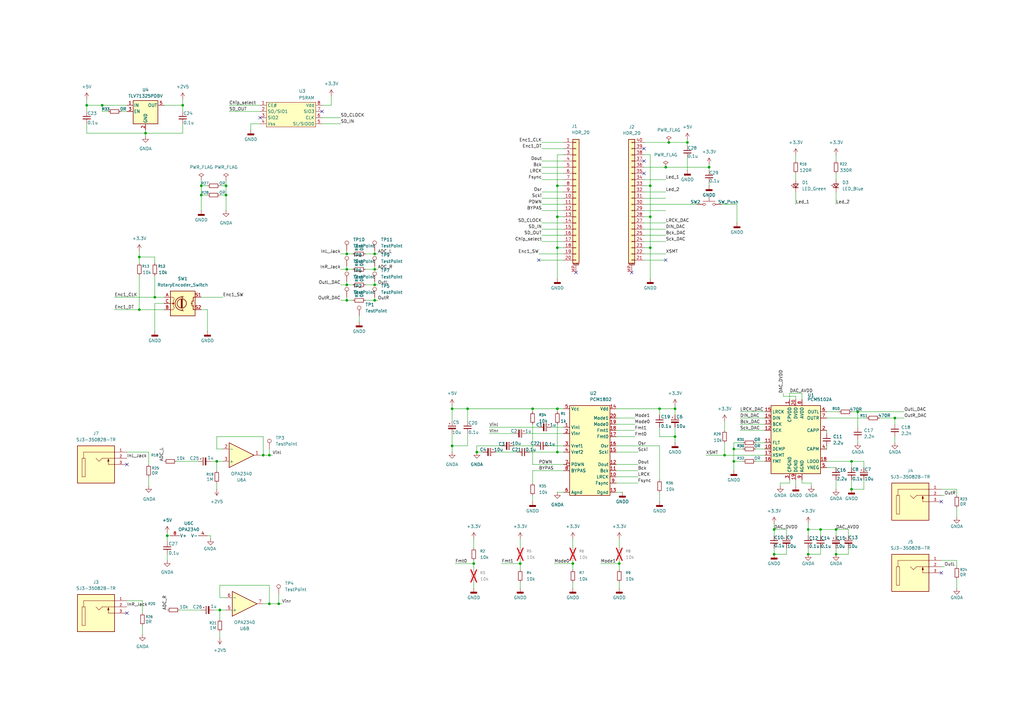
<source format=kicad_sch>
(kicad_sch (version 20250114) (generator "eeschema") (generator_version "9.0")
  (paper "A3")
  (junction (at 88.9 189.23))
  (junction (at 228.6 76.2))
  (junction (at 228.6 167.64))
  (junction (at 266.7 88.9))
  (junction (at 82.55 76.2))
  (junction (at 281.94 58.42))
  (junction (at 153.67 116.84))
  (junction (at 92.71 80.01))
  (junction (at 228.6 101.6))
  (junction (at 234.95 231.14))
  (junction (at 41.91 43.18))
  (junction (at 142.24 116.84))
  (junction (at 57.15 105.41))
  (junction (at 35.56 43.18))
  (junction (at 110.49 247.65))
  (junction (at 218.44 167.64))
  (junction (at 342.9 227.33))
  (junction (at 331.47 227.33))
  (junction (at 331.47 217.17))
  (junction (at 266.7 101.6))
  (junction (at 107.95 186.69))
  (junction (at 68.58 219.71))
  (junction (at 110.49 186.69))
  (junction (at 213.36 231.14))
  (junction (at 195.58 185.42))
  (junction (at 290.83 68.58))
  (junction (at 185.42 167.64))
  (junction (at 142.24 104.14))
  (junction (at 349.25 200.66))
  (junction (at 274.32 58.42))
  (junction (at 228.6 185.42))
  (junction (at 300.99 189.23))
  (junction (at 351.79 168.91))
  (junction (at 194.31 231.14))
  (junction (at 90.17 250.19))
  (junction (at 276.86 179.07))
  (junction (at 92.71 76.2))
  (junction (at 273.05 68.58))
  (junction (at 342.9 217.17))
  (junction (at 142.24 110.49))
  (junction (at 153.67 104.14))
  (junction (at 349.25 189.23))
  (junction (at 297.18 186.69))
  (junction (at 74.93 43.18))
  (junction (at 59.69 54.61))
  (junction (at 300.99 184.15))
  (junction (at 114.3 247.65))
  (junction (at 336.55 217.17))
  (junction (at 142.24 123.19))
  (junction (at 185.42 182.88))
  (junction (at 266.7 76.2))
  (junction (at 153.67 110.49))
  (junction (at 367.03 171.45))
  (junction (at 317.5 217.17))
  (junction (at 254 231.14))
  (junction (at 317.5 227.33))
  (junction (at 82.55 80.01))
  (junction (at 153.67 123.19))
  (junction (at 191.77 167.64))
  (junction (at 57.15 127))
  (junction (at 228.6 88.9))
  (junction (at 270.51 167.64))
  (junction (at 276.86 167.64))
  (junction (at 63.5 121.92))
  (no_connect (at 106.68 48.26))
  (no_connect (at 386.08 205.74))
  (no_connect (at 52.07 190.5))
  (no_connect (at 259.08 111.76))
  (no_connect (at 236.22 111.76))
  (no_connect (at 264.16 71.12))
  (no_connect (at 273.05 106.68))
  (no_connect (at 386.08 234.95))
  (no_connect (at 264.16 66.04))
  (no_connect (at 52.07 251.46))
  (no_connect (at 132.08 45.72))
  (no_connect (at 264.16 60.96))
  (no_connect (at 220.98 106.68))
  (wire (pts (xy 317.5 214.63) (xy 317.5 217.17)))
  (wire (pts (xy 142.24 121.92) (xy 142.24 123.19)))
  (wire (pts (xy 82.55 127) (xy 85.09 127)))
  (wire (pts (xy 349.25 200.66) (xy 354.33 200.66)))
  (wire (pts (xy 228.6 88.9) (xy 231.14 88.9)))
  (wire (pts (xy 59.69 53.34) (xy 59.69 54.61)))
  (wire (pts (xy 153.67 123.19) (xy 154.94 123.19)))
  (wire (pts (xy 185.42 182.88) (xy 191.77 182.88)))
  (wire (pts (xy 222.25 68.58) (xy 231.14 68.58)))
  (wire (pts (xy 326.39 78.74) (xy 326.39 83.82)))
  (wire (pts (xy 297.18 181.61) (xy 297.18 186.69)))
  (wire (pts (xy 252.73 176.53) (xy 260.35 176.53)))
  (wire (pts (xy 35.56 40.64) (xy 35.56 43.18)))
  (wire (pts (xy 139.7 123.19) (xy 142.24 123.19)))
  (wire (pts (xy 323.85 163.83) (xy 323.85 161.29)))
  (wire (pts (xy 63.5 121.92) (xy 63.5 113.03)))
  (wire (pts (xy 281.94 57.15) (xy 281.94 58.42)))
  (wire (pts (xy 320.04 198.12) (xy 323.85 198.12)))
  (wire (pts (xy 142.24 123.19) (xy 144.78 123.19)))
  (wire (pts (xy 92.71 73.66) (xy 92.71 76.2)))
  (wire (pts (xy 35.56 43.18) (xy 35.56 45.72)))
  (wire (pts (xy 289.56 186.69) (xy 297.18 186.69)))
  (wire (pts (xy 317.5 227.33) (xy 322.58 227.33)))
  (wire (pts (xy 142.24 104.14) (xy 144.78 104.14)))
  (wire (pts (xy 252.73 185.42) (xy 261.62 185.42)))
  (wire (pts (xy 300.99 189.23) (xy 300.99 193.04)))
  (wire (pts (xy 228.6 88.9) (xy 228.6 101.6)))
  (wire (pts (xy 74.93 43.18) (xy 74.93 45.72)))
  (wire (pts (xy 82.55 80.01) (xy 85.09 80.01)))
  (wire (pts (xy 213.36 229.87) (xy 213.36 231.14)))
  (wire (pts (xy 195.58 182.88) (xy 205.74 182.88)))
  (wire (pts (xy 194.31 229.87) (xy 194.31 231.14)))
  (wire (pts (xy 281.94 58.42) (xy 281.94 59.69)))
  (wire (pts (xy 303.53 171.45) (xy 313.69 171.45)))
  (wire (pts (xy 304.8 181.61) (xy 300.99 181.61)))
  (wire (pts (xy 326.39 196.85) (xy 326.39 199.39)))
  (wire (pts (xy 153.67 109.22) (xy 153.67 110.49)))
  (wire (pts (xy 331.47 227.33) (xy 336.55 227.33)))
  (wire (pts (xy 367.03 171.45) (xy 367.03 173.99)))
  (wire (pts (xy 88.9 184.15) (xy 88.9 179.07)))
  (wire (pts (xy 303.53 176.53) (xy 313.69 176.53)))
  (wire (pts (xy 342.9 63.5) (xy 342.9 66.04)))
  (wire (pts (xy 342.9 196.85) (xy 342.9 200.66)))
  (wire (pts (xy 220.98 104.14) (xy 231.14 104.14)))
  (wire (pts (xy 276.86 179.07) (xy 276.86 181.61)))
  (wire (pts (xy 309.88 184.15) (xy 313.69 184.15)))
  (wire (pts (xy 74.93 40.64) (xy 74.93 43.18)))
  (wire (pts (xy 264.16 104.14) (xy 273.05 104.14)))
  (wire (pts (xy 203.2 185.42) (xy 212.09 185.42)))
  (wire (pts (xy 228.6 167.64) (xy 228.6 168.91)))
  (wire (pts (xy 106.68 50.8) (xy 102.87 50.8)))
  (wire (pts (xy 270.51 175.26) (xy 270.51 179.07)))
  (wire (pts (xy 92.71 86.36) (xy 92.71 80.01)))
  (wire (pts (xy 228.6 63.5) (xy 228.6 76.2)))
  (wire (pts (xy 266.7 101.6) (xy 266.7 114.3)))
  (wire (pts (xy 222.25 78.74) (xy 231.14 78.74)))
  (wire (pts (xy 351.79 168.91) (xy 351.79 175.26)))
  (wire (pts (xy 276.86 175.26) (xy 276.86 179.07)))
  (wire (pts (xy 228.6 76.2) (xy 228.6 88.9)))
  (wire (pts (xy 321.31 161.29) (xy 321.31 162.56)))
  (wire (pts (xy 52.07 45.72) (xy 49.53 45.72)))
  (wire (pts (xy 264.16 68.58) (xy 273.05 68.58)))
  (wire (pts (xy 276.86 167.64) (xy 276.86 170.18)))
  (wire (pts (xy 222.25 86.36) (xy 231.14 86.36)))
  (wire (pts (xy 234.95 220.98) (xy 234.95 224.79)))
  (wire (pts (xy 90.17 80.01) (xy 92.71 80.01)))
  (wire (pts (xy 142.24 110.49) (xy 144.78 110.49)))
  (wire (pts (xy 339.09 171.45) (xy 355.6 171.45)))
  (wire (pts (xy 82.55 80.01) (xy 82.55 86.36)))
  (wire (pts (xy 93.98 43.18) (xy 106.68 43.18)))
  (wire (pts (xy 264.16 99.06) (xy 273.05 99.06)))
  (wire (pts (xy 57.15 102.87) (xy 57.15 105.41)))
  (wire (pts (xy 153.67 116.84) (xy 154.94 116.84)))
  (wire (pts (xy 90.17 240.03) (xy 110.49 240.03)))
  (wire (pts (xy 139.7 110.49) (xy 142.24 110.49)))
  (wire (pts (xy 102.87 50.8) (xy 102.87 53.34)))
  (wire (pts (xy 252.73 195.58) (xy 261.62 195.58)))
  (wire (pts (xy 339.09 168.91) (xy 344.17 168.91)))
  (wire (pts (xy 139.7 116.84) (xy 142.24 116.84)))
  (wire (pts (xy 107.95 186.69) (xy 110.49 186.69)))
  (wire (pts (xy 67.31 127) (xy 57.15 127)))
  (wire (pts (xy 57.15 107.95) (xy 57.15 105.41)))
  (wire (pts (xy 264.16 93.98) (xy 273.05 93.98)))
  (wire (pts (xy 270.51 167.64) (xy 270.51 170.18)))
  (wire (pts (xy 290.83 74.93) (xy 290.83 76.2)))
  (wire (pts (xy 88.9 189.23) (xy 88.9 193.04)))
  (wire (pts (xy 349.25 196.85) (xy 349.25 200.66)))
  (wire (pts (xy 270.51 179.07) (xy 276.86 179.07)))
  (wire (pts (xy 303.53 168.91) (xy 313.69 168.91)))
  (wire (pts (xy 41.91 45.72) (xy 41.91 43.18)))
  (wire (pts (xy 153.67 115.57) (xy 153.67 116.84)))
  (wire (pts (xy 264.16 58.42) (xy 274.32 58.42)))
  (wire (pts (xy 336.55 219.71) (xy 336.55 217.17)))
  (wire (pts (xy 222.25 81.28) (xy 231.14 81.28)))
  (wire (pts (xy 322.58 224.79) (xy 322.58 227.33)))
  (wire (pts (xy 222.25 60.96) (xy 231.14 60.96)))
  (wire (pts (xy 213.36 220.98) (xy 213.36 224.79)))
  (wire (pts (xy 195.58 182.88) (xy 195.58 185.42)))
  (wire (pts (xy 63.5 124.46) (xy 63.5 135.89)))
  (wire (pts (xy 93.98 45.72) (xy 106.68 45.72)))
  (wire (pts (xy 300.99 189.23) (xy 304.8 189.23)))
  (wire (pts (xy 252.73 171.45) (xy 260.35 171.45)))
  (wire (pts (xy 246.38 231.14) (xy 254 231.14)))
  (wire (pts (xy 213.36 238.76) (xy 213.36 241.3)))
  (wire (pts (xy 326.39 162.56) (xy 321.31 162.56)))
  (wire (pts (xy 52.07 246.38) (xy 58.42 246.38)))
  (wire (pts (xy 297.18 172.72) (xy 297.18 176.53)))
  (wire (pts (xy 342.9 78.74) (xy 342.9 83.82)))
  (wire (pts (xy 68.58 219.71) (xy 68.58 222.25)))
  (wire (pts (xy 386.08 229.87) (xy 392.43 229.87)))
  (wire (pts (xy 110.49 247.65) (xy 114.3 247.65)))
  (wire (pts (xy 317.5 224.79) (xy 317.5 227.33)))
  (wire (pts (xy 264.16 78.74) (xy 273.05 78.74)))
  (wire (pts (xy 205.74 231.14) (xy 213.36 231.14)))
  (wire (pts (xy 213.36 231.14) (xy 213.36 233.68)))
  (wire (pts (xy 86.36 189.23) (xy 88.9 189.23)))
  (wire (pts (xy 92.71 80.01) (xy 92.71 76.2)))
  (wire (pts (xy 153.67 121.92) (xy 153.67 123.19)))
  (wire (pts (xy 222.25 91.44) (xy 231.14 91.44)))
  (wire (pts (xy 68.58 219.71) (xy 69.85 219.71)))
  (wire (pts (xy 323.85 161.29) (xy 328.93 161.29)))
  (wire (pts (xy 135.89 39.37) (xy 135.89 43.18)))
  (wire (pts (xy 222.25 58.42) (xy 231.14 58.42)))
  (wire (pts (xy 264.16 76.2) (xy 266.7 76.2)))
  (wire (pts (xy 252.73 173.99) (xy 260.35 173.99)))
  (wire (pts (xy 220.98 106.68) (xy 231.14 106.68)))
  (wire (pts (xy 302.26 83.82) (xy 302.26 91.44)))
  (wire (pts (xy 309.88 189.23) (xy 313.69 189.23)))
  (wire (pts (xy 35.56 54.61) (xy 59.69 54.61)))
  (wire (pts (xy 60.96 185.42) (xy 60.96 190.5)))
  (wire (pts (xy 228.6 101.6) (xy 228.6 114.3)))
  (wire (pts (xy 217.17 185.42) (xy 228.6 185.42)))
  (wire (pts (xy 191.77 177.8) (xy 191.77 182.88)))
  (wire (pts (xy 367.03 171.45) (xy 370.84 171.45)))
  (wire (pts (xy 194.31 238.76) (xy 194.31 241.3)))
  (wire (pts (xy 58.42 256.54) (xy 58.42 260.35)))
  (wire (pts (xy 342.9 227.33) (xy 347.98 227.33)))
  (wire (pts (xy 35.56 43.18) (xy 41.91 43.18)))
  (wire (pts (xy 142.24 109.22) (xy 142.24 110.49)))
  (wire (pts (xy 328.93 198.12) (xy 328.93 196.85)))
  (wire (pts (xy 215.9 177.8) (xy 231.14 177.8)))
  (wire (pts (xy 185.42 182.88) (xy 185.42 185.42)))
  (wire (pts (xy 186.69 231.14) (xy 194.31 231.14)))
  (wire (pts (xy 313.69 181.61) (xy 309.88 181.61)))
  (wire (pts (xy 234.95 231.14) (xy 234.95 233.68)))
  (wire (pts (xy 142.24 115.57) (xy 142.24 116.84)))
  (wire (pts (xy 222.25 83.82) (xy 231.14 83.82)))
  (wire (pts (xy 386.08 232.41) (xy 387.35 232.41)))
  (wire (pts (xy 106.68 186.69) (xy 107.95 186.69)))
  (wire (pts (xy 300.99 184.15) (xy 300.99 189.23)))
  (wire (pts (xy 222.25 93.98) (xy 231.14 93.98)))
  (wire (pts (xy 266.7 63.5) (xy 266.7 76.2)))
  (wire (pts (xy 107.95 179.07) (xy 107.95 186.69)))
  (wire (pts (xy 226.06 175.26) (xy 231.14 175.26)))
  (wire (pts (xy 57.15 127) (xy 57.15 113.03)))
  (wire (pts (xy 392.43 229.87) (xy 392.43 232.41)))
  (wire (pts (xy 185.42 166.37) (xy 185.42 167.64)))
  (wire (pts (xy 266.7 76.2) (xy 266.7 88.9)))
  (wire (pts (xy 342.9 217.17) (xy 342.9 219.71)))
  (wire (pts (xy 270.51 201.93) (xy 270.51 205.74)))
  (wire (pts (xy 264.16 86.36) (xy 273.05 86.36)))
  (wire (pts (xy 347.98 219.71) (xy 347.98 217.17)))
  (wire (pts (xy 351.79 168.91) (xy 370.84 168.91)))
  (wire (pts (xy 90.17 245.11) (xy 90.17 240.03)))
  (wire (pts (xy 264.16 63.5) (xy 266.7 63.5)))
  (wire (pts (xy 139.7 104.14) (xy 142.24 104.14)))
  (wire (pts (xy 254 238.76) (xy 254 241.3)))
  (wire (pts (xy 270.51 167.64) (xy 276.86 167.64)))
  (wire (pts (xy 149.86 123.19) (xy 153.67 123.19)))
  (wire (pts (xy 317.5 217.17) (xy 322.58 217.17)))
  (wire (pts (xy 222.25 66.04) (xy 231.14 66.04)))
  (wire (pts (xy 342.9 217.17) (xy 347.98 217.17)))
  (wire (pts (xy 347.98 224.79) (xy 347.98 227.33)))
  (wire (pts (xy 63.5 105.41) (xy 63.5 107.95)))
  (wire (pts (xy 194.31 220.98) (xy 194.31 224.79)))
  (wire (pts (xy 254 229.87) (xy 254 231.14)))
  (wire (pts (xy 218.44 167.64) (xy 228.6 167.64)))
  (wire (pts (xy 191.77 167.64) (xy 218.44 167.64)))
  (wire (pts (xy 336.55 224.79) (xy 336.55 227.33)))
  (wire (pts (xy 67.31 121.92) (xy 63.5 121.92)))
  (wire (pts (xy 332.74 198.12) (xy 328.93 198.12)))
  (wire (pts (xy 228.6 76.2) (xy 231.14 76.2)))
  (wire (pts (xy 323.85 196.85) (xy 323.85 198.12)))
  (wire (pts (xy 41.91 43.18) (xy 52.07 43.18)))
  (wire (pts (xy 88.9 198.12) (xy 88.9 200.66)))
  (wire (pts (xy 326.39 63.5) (xy 326.39 66.04)))
  (wire (pts (xy 234.95 229.87) (xy 234.95 231.14)))
  (wire (pts (xy 331.47 217.17) (xy 331.47 219.71)))
  (wire (pts (xy 367.03 179.07) (xy 367.03 181.61)))
  (wire (pts (xy 228.6 185.42) (xy 231.14 185.42)))
  (wire (pts (xy 147.32 129.54) (xy 147.32 132.08)))
  (wire (pts (xy 149.86 110.49) (xy 153.67 110.49)))
  (wire (pts (xy 297.18 186.69) (xy 313.69 186.69)))
  (wire (pts (xy 135.89 43.18) (xy 132.08 43.18)))
  (wire (pts (xy 107.95 247.65) (xy 110.49 247.65)))
  (wire (pts (xy 254 220.98) (xy 254 224.79)))
  (wire (pts (xy 328.93 163.83) (xy 328.93 161.29)))
  (wire (pts (xy 88.9 189.23) (xy 91.44 189.23)))
  (wire (pts (xy 35.56 50.8) (xy 35.56 54.61)))
  (wire (pts (xy 290.83 67.31) (xy 290.83 68.58)))
  (wire (pts (xy 200.66 175.26) (xy 220.98 175.26)))
  (wire (pts (xy 82.55 121.92) (xy 91.44 121.92)))
  (wire (pts (xy 74.93 50.8) (xy 74.93 54.61)))
  (wire (pts (xy 86.36 219.71) (xy 85.09 219.71)))
  (wire (pts (xy 114.3 247.65) (xy 115.57 247.65)))
  (wire (pts (xy 85.09 76.2) (xy 82.55 76.2)))
  (wire (pts (xy 59.69 54.61) (xy 74.93 54.61)))
  (wire (pts (xy 392.43 203.2) (xy 392.43 200.66)))
  (wire (pts (xy 59.69 54.61) (xy 59.69 55.88)))
  (wire (pts (xy 326.39 163.83) (xy 326.39 162.56)))
  (wire (pts (xy 273.05 68.58) (xy 290.83 68.58)))
  (wire (pts (xy 339.09 176.53) (xy 339.09 177.8)))
  (wire (pts (xy 60.96 195.58) (xy 60.96 199.39)))
  (wire (pts (xy 234.95 238.76) (xy 234.95 241.3)))
  (wire (pts (xy 194.31 231.14) (xy 194.31 233.68)))
  (wire (pts (xy 142.24 102.87) (xy 142.24 104.14)))
  (wire (pts (xy 264.16 91.44) (xy 273.05 91.44)))
  (wire (pts (xy 218.44 167.64) (xy 218.44 168.91)))
  (wire (pts (xy 331.47 214.63) (xy 331.47 217.17)))
  (wire (pts (xy 67.31 124.46) (xy 63.5 124.46)))
  (wire (pts (xy 153.67 102.87) (xy 153.67 104.14)))
  (wire (pts (xy 228.6 167.64) (xy 231.14 167.64)))
  (wire (pts (xy 342.9 224.79) (xy 342.9 227.33)))
  (wire (pts (xy 254 231.14) (xy 254 233.68)))
  (wire (pts (xy 354.33 189.23) (xy 349.25 189.23)))
  (wire (pts (xy 57.15 105.41) (xy 63.5 105.41)))
  (wire (pts (xy 231.14 201.93) (xy 228.6 201.93)))
  (wire (pts (xy 252.73 179.07) (xy 260.35 179.07)))
  (wire (pts (xy 46.99 127) (xy 57.15 127)))
  (wire (pts (xy 264.16 96.52) (xy 273.05 96.52)))
  (wire (pts (xy 320.04 199.39) (xy 320.04 198.12)))
  (wire (pts (xy 392.43 237.49) (xy 392.43 241.3)))
  (wire (pts (xy 290.83 69.85) (xy 290.83 68.58)))
  (wire (pts (xy 264.16 73.66) (xy 273.05 73.66)))
  (wire (pts (xy 149.86 104.14) (xy 153.67 104.14)))
  (wire (pts (xy 110.49 184.15) (xy 110.49 186.69)))
  (wire (pts (xy 185.42 177.8) (xy 185.42 182.88)))
  (wire (pts (xy 326.39 71.12) (xy 326.39 73.66)))
  (wire (pts (xy 386.08 203.2) (xy 387.35 203.2)))
  (wire (pts (xy 110.49 186.69) (xy 111.76 186.69)))
  (wire (pts (xy 218.44 190.5) (xy 231.14 190.5)))
  (wire (pts (xy 264.16 88.9) (xy 266.7 88.9)))
  (wire (pts (xy 58.42 246.38) (xy 58.42 251.46)))
  (wire (pts (xy 264.16 101.6) (xy 266.7 101.6)))
  (wire (pts (xy 354.33 191.77) (xy 354.33 189.23)))
  (wire (pts (xy 255.27 201.93) (xy 252.73 201.93)))
  (wire (pts (xy 252.73 167.64) (xy 270.51 167.64)))
  (wire (pts (xy 274.32 58.42) (xy 281.94 58.42)))
  (wire (pts (xy 336.55 217.17) (xy 342.9 217.17)))
  (wire (pts (xy 222.25 71.12) (xy 231.14 71.12)))
  (wire (pts (xy 87.63 250.19) (xy 90.17 250.19)))
  (wire (pts (xy 252.73 193.04) (xy 261.62 193.04)))
  (wire (pts (xy 218.44 193.04) (xy 231.14 193.04)))
  (wire (pts (xy 231.14 63.5) (xy 228.6 63.5)))
  (wire (pts (xy 339.09 189.23) (xy 349.25 189.23)))
  (wire (pts (xy 339.09 191.77) (xy 342.9 191.77)))
  (wire (pts (xy 270.51 196.85) (xy 270.51 182.88)))
  (wire (pts (xy 264.16 83.82) (xy 285.75 83.82)))
  (wire (pts (xy 153.67 104.14) (xy 154.94 104.14)))
  (wire (pts (xy 82.55 76.2) (xy 82.55 80.01)))
  (wire (pts (xy 195.58 185.42) (xy 198.12 185.42)))
  (wire (pts (xy 92.71 245.11) (xy 90.17 245.11)))
  (wire (pts (xy 90.17 250.19) (xy 92.71 250.19)))
  (wire (pts (xy 342.9 71.12) (xy 342.9 73.66)))
  (wire (pts (xy 222.25 96.52) (xy 231.14 96.52)))
  (wire (pts (xy 132.08 50.8) (xy 139.7 50.8)))
  (wire (pts (xy 68.58 218.44) (xy 68.58 219.71)))
  (wire (pts (xy 46.99 121.92) (xy 63.5 121.92)))
  (wire (pts (xy 252.73 182.88) (xy 270.51 182.88)))
  (wire (pts (xy 252.73 190.5) (xy 261.62 190.5)))
  (wire (pts (xy 264.16 106.68) (xy 273.05 106.68)))
  (wire (pts (xy 132.08 48.26) (xy 139.7 48.26)))
  (wire (pts (xy 322.58 219.71) (xy 322.58 217.17)))
  (wire (pts (xy 44.45 45.72) (xy 41.91 45.72)))
  (wire (pts (xy 228.6 173.99) (xy 228.6 185.42)))
  (wire (pts (xy 392.43 212.09) (xy 392.43 208.28)))
  (wire (pts (xy 52.07 185.42) (xy 60.96 185.42)))
  (wire (pts (xy 210.82 182.88) (xy 219.71 182.88)))
  (wire (pts (xy 110.49 240.03) (xy 110.49 247.65)))
  (wire (pts (xy 222.25 73.66) (xy 231.14 73.66)))
  (wire (pts (xy 191.77 167.64) (xy 191.77 172.72)))
  (wire (pts (xy 332.74 198.12) (xy 332.74 199.39)))
  (wire (pts (xy 331.47 217.17) (xy 336.55 217.17)))
  (wire (pts (xy 276.86 166.37) (xy 276.86 167.64)))
  (wire (pts (xy 90.17 259.08) (xy 90.17 261.62)))
  (wire (pts (xy 73.66 250.19) (xy 82.55 250.19)))
  (wire (pts (xy 349.25 168.91) (xy 351.79 168.91)))
  (wire (pts (xy 360.68 171.45) (xy 367.03 171.45)))
  (wire (pts (xy 317.5 217.17) (xy 317.5 219.71)))
  (wire (pts (xy 185.42 167.64) (xy 191.77 167.64)))
  (wire (pts (xy 86.36 219.71) (xy 86.36 220.98)))
  (wire (pts (xy 88.9 179.07) (xy 107.95 179.07)))
  (wire (pts (xy 72.39 189.23) (xy 81.28 189.23)))
  (wire (pts (xy 142.24 116.84) (xy 144.78 116.84)))
  (wire (pts (xy 68.58 227.33) (xy 68.58 229.87)))
  (wire (pts (xy 153.67 110.49) (xy 154.94 110.49)))
  (wire (pts (xy 218.44 203.2) (xy 218.44 205.74)))
  (wire (pts (xy 252.73 198.12) (xy 261.62 198.12)))
  (wire (pts (xy 300.99 181.61) (xy 300.99 184.15)))
  (wire (pts (xy 85.09 127) (xy 85.09 135.89)))
  (wire (pts (xy 339.09 182.88) (xy 339.09 184.15)))
  (wire (pts (xy 82.55 73.66) (xy 82.55 76.2)))
  (wire (pts (xy 91.44 184.15) (xy 88.9 184.15)))
  (wire (pts (xy 222.25 99.06) (xy 231.14 99.06)))
  (wire (pts (xy 303.53 173.99) (xy 313.69 173.99)))
  (wire (pts (xy 302.26 83.82) (xy 295.91 83.82)))
  (wire (pts (xy 224.79 182.88) (xy 231.14 182.88)))
  (wire (pts (xy 200.66 177.8) (xy 210.82 177.8)))
  (wire (pts (xy 149.86 116.84) (xy 153.67 116.84)))
  (wire (pts (xy 90.17 76.2) (xy 92.71 76.2)))
  (wire (pts (xy 349.25 189.23) (xy 349.25 191.77)))
  (wire (pts (xy 185.42 167.64) (xy 185.42 172.72)))
  (wire (pts (xy 218.44 173.99) (xy 218.44 190.5)))
  (wire (pts (xy 281.94 64.77) (xy 281.94 69.85)))
  (wire (pts (xy 90.17 250.19) (xy 90.17 254)))
  (wire (pts (xy 331.47 224.79) (xy 331.47 227.33)))
  (wire (pts (xy 354.33 200.66) (xy 354.33 196.85)))
  (wire (pts (xy 67.31 43.18) (xy 74.93 43.18)))
  (wire (pts (xy 114.3 243.84) (xy 114.3 247.65)))
  (wire (pts (xy 264.16 81.28) (xy 273.05 81.28)))
  (wire (pts (xy 392.43 200.66) (xy 386.08 200.66)))
  (wire (pts (xy 266.7 88.9) (xy 266.7 101.6)))
  (wire (pts (xy 300.99 184.15) (xy 304.8 184.15)))
  (wire (pts (xy 218.44 198.12) (xy 218.44 193.04)))
  (wire (pts (xy 228.6 101.6) (xy 231.14 101.6)))
  (wire (pts (xy 227.33 231.14) (xy 234.95 231.14)))
  (wire (pts (xy 351.79 180.34) (xy 351.79 181.61)))
  (label "PDWN" (at 222.25 83.82 180))
  (label "Fsync" (at 222.25 73.66 180))
  (label "Mode0" (at 260.35 173.99 0))
  (label "SD_OUT" (at 93.98 45.72 0))
  (label "Led_2" (at 342.9 83.82 0))
  (label "Vinl" (at 200.66 175.26 0))
  (label "Mode0" (at 227.33 231.14 0))
  (label "Enc1_SW" (at 220.98 104.14 180))
  (label "Fmt0" (at 260.35 179.07 0))
  (label "InL_Jack" (at 52.07 187.96 0))
  (label "OutR" (at 387.35 203.2 0))
  (label "InR_Jack" (at 52.07 248.92 0))
  (label "SD_OUT" (at 222.25 96.52 180))
  (label "Sck_DAC" (at 303.53 176.53 0))
  (label "Scki" (at 222.25 81.28 180))
  (label "DAC_AVDD" (at 342.9 217.17 0))
  (label "Scki" (at 261.62 185.42 0))
  (label "LRCK_DAC" (at 303.53 168.91 0))
  (label "Led_2" (at 273.05 78.74 0))
  (label "ADC_L" (at 154.94 104.14 0))
  (label "Fmt1" (at 260.35 176.53 0))
  (label "Bck_DAC" (at 273.05 96.52 0))
  (label "OutL" (at 387.35 232.41 0))
  (label "DAC_DVDD" (at 317.5 217.17 0))
  (label "Enc1_CLK" (at 46.99 121.92 0))
  (label "OutR" (at 154.94 123.19 0))
  (label "Mode1" (at 260.35 171.45 0))
  (label "DIN_DAC" (at 273.05 93.98 0))
  (label "BYPAS" (at 222.25 86.36 180))
  (label "Chip_select" (at 222.25 99.06 180))
  (label "Vinl" (at 111.76 186.69 0))
  (label "Fmt0" (at 186.69 231.14 0))
  (label "PDWN" (at 220.98 190.5 0))
  (label "DIN_DAC" (at 303.53 171.45 0))
  (label "Enc1_DT" (at 46.99 127 0))
  (label "Enc1_DT" (at 222.25 60.96 180))
  (label "SD_CLOCK" (at 139.7 48.26 0))
  (label "OutR_DAC" (at 139.7 123.19 180))
  (label "Vinr" (at 200.66 177.8 0))
  (label "Fmt1" (at 205.74 231.14 0))
  (label "LRCK" (at 261.62 195.58 0))
  (label "BYPAS" (at 220.98 193.04 0))
  (label "OutL" (at 154.94 116.84 0))
  (label "SD_CLOCK" (at 222.25 91.44 180))
  (label "Sck_DAC" (at 273.05 99.06 0))
  (label "Enc1_SW" (at 91.44 121.92 0))
  (label "Chip_select" (at 93.98 43.18 0))
  (label "Osr" (at 222.25 78.74 180))
  (label "Bck_DAC" (at 303.53 173.99 0))
  (label "Led_1" (at 273.05 73.66 0))
  (label "Bck" (at 261.62 193.04 0))
  (label "DAC_DVDD" (at 321.31 161.29 90))
  (label "SD_IN" (at 139.7 50.8 0))
  (label "Fsync" (at 261.62 198.12 0))
  (label "OutL_DAC" (at 370.84 168.91 0))
  (label "Dout" (at 261.62 190.5 0))
  (label "InL_Jack" (at 139.7 104.14 180))
  (label "Led_1" (at 326.39 83.82 0))
  (label "SD_IN" (at 222.25 93.98 180))
  (label "OutL_DAC" (at 139.7 116.84 180))
  (label "Dout" (at 222.25 66.04 180))
  (label "Vinr" (at 115.57 247.65 0))
  (label "Enc1_CLK" (at 222.25 58.42 180))
  (label "LRCK" (at 222.25 71.12 180))
  (label "DAC_AVDD" (at 323.85 161.29 0))
  (label "Mode1" (at 246.38 231.14 0))
  (label "OutR_DAC" (at 370.84 171.45 0))
  (label "Osr" (at 261.62 182.88 0))
  (label "ADC_R" (at 68.58 250.19 90))
  (label "LRCK_DAC" (at 273.05 91.44 0))
  (label "ADC_R" (at 154.94 110.49 0))
  (label "InR_Jack" (at 139.7 110.49 180))
  (label "ADC_L" (at 67.31 189.23 90))
  (label "Bck" (at 222.25 68.58 180))
  (label "XSMT" (at 273.05 104.14 0))
  (label "XSMT" (at 289.56 186.69 0))
  (symbol (lib_id "Connector:TestPoint") (at 153.67 109.22 0) (unit 1)
    (property "Reference" "TP9" (at 156.21 104.6479 0) (effects (justify left)))
    (property "Value" "TestPoint" (at 156.21 107.1879 0) (effects (justify left)))
    (property "Footprint" "TestPoint:TestPoint_Pad_1.5x1.5mm" (effects (hide yes)))
    (property "Description" "test point" (effects (hide yes)))
  )
  (symbol (lib_id "Device:R_Small") (at 254 236.22 0) (unit 1)
    (property "Reference" "R9" (at 256.54 234.9499 0) (effects (font (size 1.016 1.016)) (justify left)))
    (property "Value" "10k" (at 256.54 237.4899 0) (effects (justify left)))
    (property "Footprint" "Resistor_SMD:R_0603_1608Metric" (effects (hide yes)))
    (property "Description" "Resistor, small symbol" (effects (hide yes)))
  )
  (symbol (lib_id "Device:R_Small") (at 218.44 200.66 0) (unit 1)
    (property "Reference" "R35" (at 220.98 199.3899 0) (effects (font (size 1.016 1.016)) (justify left)))
    (property "Value" "10k" (at 220.98 201.9299 0) (effects (justify left)))
    (property "Footprint" "Resistor_SMD:R_0603_1608Metric" (effects (hide yes)))
    (property "Description" "Resistor, small symbol" (effects (hide yes)))
  )
  (symbol (lib_id "SJ3-35082B-TR:SJ3-35082B-TR") (at 373.38 205.74 0) (unit 1)
    (property "Reference" "J4" (at 373.38 193.04 0))
    (property "Value" "SJ3-35082B-TR" (at 373.38 195.58 0))
    (property "Footprint" "Kicad-symbols:SAMESKY_SJ3-35082B-TR" (effects (hide yes)))
    (property "MF" "Same Sky" (effects (hide yes)))
    (property "MAXIMUM_PACKAGE_HEIGHT" "5 mm" (effects (hide yes)))
    (property "Package" "None" (effects (hide yes)))
    (property "Price" "None" (effects (hide yes)))
    (property "Check_prices" "https://www.snapeda.com/parts/SJ3-35082B-TR/Same+Sky/view-part/?ref=eda" (effects (hide yes)))
    (property "STANDARD" "Manufacturer Recommended" (effects (hide yes)))
    (property "PARTREV" "1.01" (effects (hide yes)))
    (property "SnapEDA_Link" "https://www.snapeda.com/parts/SJ3-35082B-TR/Same+Sky/view-part/?ref=snap" (effects (hide yes)))
    (property "MP" "SJ3-35082B-TR" (effects (hide yes)))
    (property "Description_1" "3.5 mm Stereo Jack, Through Hole, 2 Conductors, 1 Internal Switches,  Tape & Reel Packaging" (effects (hide yes)))
    (property "Availability" "In Stock" (effects (hide yes)))
    (property "MANUFACTURER" "Same Sky" (effects (hide yes)))
  )
  (symbol (lib_id "Audio:PCM5102A") (at 326.39 179.07 0) (unit 1)
    (property "Reference" "U1" (at 331.216 162.052 0) (effects (justify left)))
    (property "Value" "PCM5102A" (at 331.0733 163.83 0) (effects (justify left)))
    (property "Footprint" "Package_SO:TSSOP-20_4.4x6.5mm_P0.65mm" (effects (hide yes)))
    (property "Datasheet" "https://www.ti.com/lit/ds/symlink/pcm5102a.pdf" (effects (hide yes)))
    (property "Description" "2.1 VRMS, 112dB Audio Stereo DAC with PLL and 32-bit, 384kHz PCM Interface, TSSOP-20" (effects (hide yes)))
  )
  (symbol (lib_id "Device:R_Small") (at 228.6 171.45 0) (unit 1)
    (property "Reference" "R1" (at 229.87 169.672 0) (effects (font (size 1.016 1.016)) (justify left)))
    (property "Value" "1k" (at 229.87 172.72 0) (effects (justify left)))
    (property "Footprint" "Resistor_SMD:R_0603_1608Metric" (effects (hide yes)))
    (property "Description" "Resistor, small symbol" (effects (hide yes)))
  )
  (symbol (lib_id "Switch:SW_Push") (at 290.83 83.82 0) (unit 1)
    (property "Reference" "SW2" (at 285.242 82.804 0))
    (property "Value" "SW_Push" (at 298.704 82.804 0))
    (property "Footprint" "Button_Switch_THT:SW_PUSH_6mm" (effects (hide yes)))
    (property "Description" "Push button switch, generic, two pins" (effects (hide yes)))
  )
  (symbol (lib_id "Device:R_Small") (at 270.51 199.39 0) (unit 1)
    (property "Reference" "R36" (at 273.05 198.1199 0) (effects (font (size 1.016 1.016)) (justify left)))
    (property "Value" "10k" (at 273.05 200.6599 0) (effects (justify left)))
    (property "Footprint" "Resistor_SMD:R_0603_1608Metric" (effects (hide yes)))
    (property "Description" "Resistor, small symbol" (effects (hide yes)))
  )
  (symbol (lib_id "Device:R_Small") (at 46.99 45.72 90) (unit 1)
    (property "Reference" "R33" (at 43.434 44.704 90) (effects (font (size 1.016 1.016))))
    (property "Value" "0R" (at 50.546 44.704 90))
    (property "Footprint" "Resistor_SMD:R_0603_1608Metric" (effects (hide yes)))
    (property "Description" "Resistor, small symbol" (effects (hide yes)))
  )
  (symbol (lib_id "power:GNDD") (at 266.7 114.3 0) (unit 1)
    (property "Reference" "#PWR058" (effects (hide yes)))
    (property "Value" "GNDD" (at 266.7 118.11 0))
    (property "Description" "Power symbol creates a global label with name \"GNDD\" , digital ground" (effects (hide yes)))
  )
  (symbol (lib_id "power:+2V5") (at 90.17 261.62 180) (unit 1)
    (property "Reference" "#PWR050" (effects (hide yes)))
    (property "Value" "+2V5" (at 90.17 266.7 0))
    (property "Description" "Power symbol creates a global label with name \"+2V5\"" (effects (hide yes)))
  )
  (symbol (lib_id "power:GNDD") (at 102.87 53.34 0) (unit 1)
    (property "Reference" "#PWR041" (effects (hide yes)))
    (property "Value" "GNDD" (at 102.87 57.15 0))
    (property "Description" "Power symbol creates a global label with name \"GNDD\" , digital ground" (effects (hide yes)))
  )
  (symbol (lib_id "Device:R_Small") (at 213.36 227.33 0) (unit 1) (dnp yes)
    (property "Reference" "R5" (at 215.9 226.0599 0) (effects (font (size 1.016 1.016)) (justify left)))
    (property "Value" "10k" (at 215.9 228.5999 0) (effects (justify left)))
    (property "Footprint" "Resistor_SMD:R_0603_1608Metric" (effects (hide yes)))
    (property "Description" "Resistor, small symbol" (effects (hide yes)))
  )
  (symbol (lib_id "Device:C_Small") (at 339.09 180.34 0) (unit 1)
    (property "Reference" "C11" (at 341.63 179.0762 0) (effects (justify left)))
    (property "Value" "2.2u" (at 341.63 181.6162 0) (effects (justify left)))
    (property "Footprint" "Capacitor_SMD:C_0603_1608Metric" (effects (hide yes)))
    (property "Description" "Unpolarized capacitor, small symbol" (effects (hide yes)))
  )
  (symbol (lib_id "power:GNDD") (at 194.31 241.3 0) (unit 1)
    (property "Reference" "#PWR08" (effects (hide yes)))
    (property "Value" "GNDD" (at 194.31 245.11 0))
    (property "Description" "Power symbol creates a global label with name \"GNDD\" , digital ground" (effects (hide yes)))
  )
  (symbol (lib_id "Connector:TestPoint") (at 147.32 129.54 0) (unit 1)
    (property "Reference" "TP1" (at 149.86 124.9679 0) (effects (justify left)))
    (property "Value" "TestPoint" (at 149.86 127.5079 0) (effects (justify left)))
    (property "Footprint" "TestPoint:TestPoint_Pad_1.5x1.5mm" (effects (hide yes)))
    (property "Description" "test point" (effects (hide yes)))
  )
  (symbol (lib_id "power:+2V5") (at 88.9 200.66 180) (unit 1)
    (property "Reference" "#PWR049" (effects (hide yes)))
    (property "Value" "+2V5" (at 88.9 205.74 0))
    (property "Description" "Power symbol creates a global label with name \"+2V5\"" (effects (hide yes)))
  )
  (symbol (lib_id "Device:C_Small") (at 222.25 182.88 90) (unit 1)
    (property "Reference" "C22" (at 219.456 181.864 90))
    (property "Value" "0.1u" (at 225.552 182.118 90))
    (property "Footprint" "Capacitor_SMD:C_0603_1608Metric" (effects (hide yes)))
    (property "Description" "Unpolarized capacitor, small symbol" (effects (hide yes)))
  )
  (symbol (lib_id "power:GNDD") (at 147.32 132.08 0) (unit 1)
    (property "Reference" "#PWR038" (effects (hide yes)))
    (property "Value" "GNDD" (at 147.32 135.89 0))
    (property "Description" "Power symbol creates a global label with name \"GNDD\" , digital ground" (effects (hide yes)))
  )
  (symbol (lib_id "power:GNDD") (at 290.83 76.2 0) (unit 1)
    (property "Reference" "#PWR059" (effects (hide yes)))
    (property "Value" "GNDD" (at 290.83 80.01 0))
    (property "Description" "Power symbol creates a global label with name \"GNDD\" , digital ground" (effects (hide yes)))
  )
  (symbol (lib_id "Device:C_Polarized_Small") (at 354.33 194.31 0) (unit 1)
    (property "Reference" "C7" (at 354.584 192.532 0) (effects (justify left)))
    (property "Value" "10u" (at 354.584 196.342 0) (effects (justify left)))
    (property "Footprint" "Capacitor_SMD:CP_Elec_4x4.5" (effects (hide yes)))
    (property "Description" "Polarized capacitor, small symbol" (effects (hide yes)))
  )
  (symbol (lib_id "Amplifier_Operational:OPA2340") (at 99.06 186.69 0) (mirror x) (unit 1)
    (property "Reference" "U6" (at 99.06 196.85 0))
    (property "Value" "OPA2340" (at 99.06 194.31 0))
    (property "Footprint" "Package_SO:SOIC-8_3.9x4.9mm_P1.27mm" (effects (hide yes)))
    (property "Datasheet" "http://www.ti.com/lit/ds/symlink/opa4340.pdf" (effects (hide yes)))
    (property "Description" "Dual Single-Supply, Rail-to-Rail Operational Amplifiers, MicroAmplifier Series, DIP-8/SOIC-8/SSOP-8" (effects (hide yes)))
  )
  (symbol (lib_id "Connector:TestPoint") (at 153.67 102.87 0) (unit 1)
    (property "Reference" "TP11" (at 156.21 98.2979 0) (effects (justify left)))
    (property "Value" "TestPoint" (at 156.21 100.8379 0) (effects (justify left)))
    (property "Footprint" "TestPoint:TestPoint_Pad_1.5x1.5mm" (effects (hide yes)))
    (property "Description" "test point" (effects (hide yes)))
  )
  (symbol (lib_id "Device:C_Polarized_Small") (at 322.58 222.25 0) (unit 1)
    (property "Reference" "C9" (at 322.58 220.472 0) (effects (justify left)))
    (property "Value" "10u" (at 322.834 224.028 0) (effects (justify left)))
    (property "Footprint" "Capacitor_SMD:CP_Elec_4x4.5" (effects (hide yes)))
    (property "Description" "Polarized capacitor, small symbol" (effects (hide yes)))
  )
  (symbol (lib_id "power:GNDD") (at 326.39 199.39 0) (unit 1)
    (property "Reference" "#PWR017" (effects (hide yes)))
    (property "Value" "GNDD" (at 326.39 203.2 0))
    (property "Description" "Power symbol creates a global label with name \"GNDD\" , digital ground" (effects (hide yes)))
  )
  (symbol (lib_id "Device:R_Small") (at 88.9 195.58 180) (unit 1)
    (property "Reference" "R19" (at 86.106 194.564 0) (effects (font (size 1.016 1.016))))
    (property "Value" "1M" (at 86.106 196.596 0))
    (property "Footprint" "Resistor_SMD:R_0603_1608Metric" (effects (hide yes)))
    (property "Description" "Resistor, small symbol" (effects (hide yes)))
  )
  (symbol (lib_id "power:GNDA") (at 195.58 185.42 0) (unit 1)
    (property "Reference" "#PWR05" (effects (hide yes)))
    (property "Value" "GNDA" (at 195.58 190.5 0))
    (property "Description" "Power symbol creates a global label with name \"GNDA\" , analog ground" (effects (hide yes)))
  )
  (symbol (lib_id "Device:R_Small") (at 213.36 236.22 0) (unit 1)
    (property "Reference" "R4" (at 215.9 234.9499 0) (effects (font (size 1.016 1.016)) (justify left)))
    (property "Value" "10k" (at 215.9 237.4899 0) (effects (justify left)))
    (property "Footprint" "Resistor_SMD:R_0603_1608Metric" (effects (hide yes)))
    (property "Description" "Resistor, small symbol" (effects (hide yes)))
  )
  (symbol (lib_id "power:GNDD") (at 228.6 114.3 0) (unit 1)
    (property "Reference" "#PWR057" (effects (hide yes)))
    (property "Value" "GNDD" (at 228.6 118.11 0))
    (property "Description" "Power symbol creates a global label with name \"GNDD\" , digital ground" (effects (hide yes)))
  )
  (symbol (lib_id "Connector:TestPoint") (at 142.24 109.22 0) (unit 1)
    (property "Reference" "TP8" (at 144.78 104.6479 0) (effects (justify left)))
    (property "Value" "TestPoint" (at 144.78 107.1879 0) (effects (justify left)))
    (property "Footprint" "TestPoint:TestPoint_Pad_1.5x1.5mm" (effects (hide yes)))
    (property "Description" "test point" (effects (hide yes)))
  )
  (symbol (lib_id "Device:RotaryEncoder_Switch") (at 74.93 124.46 0) (unit 1)
    (property "Reference" "SW1" (at 74.93 114.3 0))
    (property "Value" "RotaryEncoder_Switch" (at 74.93 116.84 0))
    (property "Footprint" "Rotary_Encoder:RotaryEncoder_Bourns_Vertical_PEC12R-3x17F-Sxxxx" (effects (hide yes)))
    (property "Description" "Rotary encoder, dual channel, incremental quadrate outputs, with switch" (effects (hide yes)))
  )
  (symbol (lib_id "Device:R_Small") (at 307.34 184.15 90) (unit 1)
    (property "Reference" "R30" (at 303.784 182.88 90) (effects (font (size 1.016 1.016))))
    (property "Value" "0R" (at 310.642 182.88 90))
    (property "Footprint" "Resistor_SMD:R_0603_1608Metric" (effects (hide yes)))
    (property "Description" "Resistor, small symbol" (effects (hide yes)))
  )
  (symbol (lib_id "dsp_lib:Conn_01x20_MountingPin_special") (at 259.08 81.28 0) (mirror y) (unit 1)
    (property "Reference" "J2" (at 259.08 52.07 0))
    (property "Value" "HDR_20" (at 259.08 54.61 0))
    (property "Footprint" "dsp_footprint_lib:PinSocket_1x20_P2.54mm_Vertical" (effects (hide yes)))
    (property "Description" "Generic connectable mounting pin connector, single row, 01x20, script generated (kicad-library-utils/schlib/autogen/connector/)" (effects (hide yes)))
  )
  (symbol (lib_id "Connector:TestPoint") (at 153.67 121.92 0) (unit 1)
    (property "Reference" "TP5" (at 156.21 117.3479 0) (effects (justify left)))
    (property "Value" "TestPoint" (at 156.21 119.8879 0) (effects (justify left)))
    (property "Footprint" "TestPoint:TestPoint_Pad_1.5x1.5mm" (effects (hide yes)))
    (property "Description" "test point" (effects (hide yes)))
  )
  (symbol (lib_id "power:GNDD") (at 281.94 69.85 0) (unit 1)
    (property "Reference" "#PWR060" (effects (hide yes)))
    (property "Value" "GNDD" (at 281.94 73.66 0))
    (property "Description" "Power symbol creates a global label with name \"GNDD\" , digital ground" (effects (hide yes)))
  )
  (symbol (lib_id "Device:C_Polarized_Small") (at 200.66 185.42 270) (unit 1)
    (property "Reference" "C4" (at 198.12 184.404 90))
    (property "Value" "10u" (at 204.47 184.404 90))
    (property "Footprint" "Capacitor_SMD:CP_Elec_4x4.5" (effects (hide yes)))
    (property "Description" "Polarized capacitor, small symbol" (effects (hide yes)))
  )
  (symbol (lib_id "Device:C_Small") (at 74.93 48.26 0) (unit 1)
    (property "Reference" "C24" (at 75.184 46.482 0) (effects (justify left)))
    (property "Value" "0.1u" (at 75.184 50.292 0) (effects (justify left)))
    (property "Footprint" "Capacitor_SMD:C_0603_1608Metric" (effects (hide yes)))
    (property "Description" "Unpolarized capacitor, small symbol" (effects (hide yes)))
  )
  (symbol (lib_id "power:+2V5") (at 74.93 40.64 0) (unit 1)
    (property "Reference" "#PWR046" (effects (hide yes)))
    (property "Value" "+2V5" (at 74.93 35.56 0))
    (property "Description" "Power symbol creates a global label with name \"+2V5\"" (effects (hide yes)))
  )
  (symbol (lib_id "power:+3.3V") (at 331.47 214.63 0) (unit 1)
    (property "Reference" "#PWR029" (effects (hide yes)))
    (property "Value" "+3.3V" (at 331.47 209.55 0))
    (property "Description" "Power symbol creates a global label with name \"+3.3V\"" (effects (hide yes)))
  )
  (symbol (lib_id "Device:R_Small") (at 297.18 179.07 0) (unit 1)
    (property "Reference" "R29" (at 292.608 178.054 0) (effects (font (size 1.016 1.016)) (justify left)))
    (property "Value" "10k" (at 292.608 180.594 0) (effects (justify left)))
    (property "Footprint" "Resistor_SMD:R_0603_1608Metric" (effects (hide yes)))
    (property "Description" "Resistor, small symbol" (effects (hide yes)))
  )
  (symbol (lib_id "Device:R_Small") (at 307.34 189.23 90) (unit 1)
    (property "Reference" "R32" (at 303.784 187.96 90) (effects (font (size 1.016 1.016))))
    (property "Value" "0R" (at 310.642 187.96 90))
    (property "Footprint" "Resistor_SMD:R_0603_1608Metric" (effects (hide yes)))
    (property "Description" "Resistor, small symbol" (effects (hide yes)))
  )
  (symbol (lib_id "power:GNDA") (at 367.03 181.61 0) (unit 1)
    (property "Reference" "#PWR028" (effects (hide yes)))
    (property "Value" "GNDA" (at 367.03 185.42 0))
    (property "Description" "Power symbol creates a global label with name \"GNDA\" , analog ground" (effects (hide yes)))
  )
  (symbol (lib_id "Device:R_Small") (at 60.96 193.04 0) (unit 1)
    (property "Reference" "R25" (at 63.754 192.024 0) (effects (font (size 1.016 1.016))))
    (property "Value" "0R" (at 63.5 194.056 0))
    (property "Footprint" "Resistor_SMD:R_0603_1608Metric" (effects (hide yes)))
    (property "Description" "Resistor, small symbol" (effects (hide yes)))
  )
  (symbol (lib_id "power:GNDA") (at 392.43 241.3 0) (unit 1)
    (property "Reference" "#PWR032" (effects (hide yes)))
    (property "Value" "GNDA" (at 392.43 245.11 0))
    (property "Description" "Power symbol creates a global label with name \"GNDA\" , analog ground" (effects (hide yes)))
  )
  (symbol (lib_id "power:GNDD") (at 218.44 205.74 0) (unit 1)
    (property "Reference" "#PWR026" (effects (hide yes)))
    (property "Value" "GNDD" (at 218.44 209.55 0))
    (property "Description" "Power symbol creates a global label with name \"GNDD\" , digital ground" (effects (hide yes)))
  )
  (symbol (lib_id "Device:R_Small") (at 254 227.33 0) (unit 1) (dnp yes)
    (property "Reference" "R8" (at 256.54 226.0599 0) (effects (font (size 1.016 1.016)) (justify left)))
    (property "Value" "10k" (at 256.54 228.5999 0) (effects (justify left)))
    (property "Footprint" "Resistor_SMD:R_0603_1608Metric" (effects (hide yes)))
    (property "Description" "Resistor, small symbol" (effects (hide yes)))
  )
  (symbol (lib_id "power:+3.3V") (at 317.5 214.63 0) (unit 1)
    (property "Reference" "#PWR021" (effects (hide yes)))
    (property "Value" "+3.3V" (at 317.5 209.55 0))
    (property "Description" "Power symbol creates a global label with name \"+3.3V\"" (effects (hide yes)))
  )
  (symbol (lib_id "Device:R_Small") (at 392.43 234.95 0) (unit 1)
    (property "Reference" "R24" (at 395.224 233.68 0) (effects (font (size 1.016 1.016))))
    (property "Value" "0R" (at 394.97 235.712 0))
    (property "Footprint" "Resistor_SMD:R_0603_1608Metric" (effects (hide yes)))
    (property "Description" "Resistor, small symbol" (effects (hide yes)))
  )
  (symbol (lib_id "power:GNDD") (at 270.51 205.74 0) (unit 1)
    (property "Reference" "#PWR062" (effects (hide yes)))
    (property "Value" "GNDD" (at 270.51 209.55 0))
    (property "Description" "Power symbol creates a global label with name \"GNDD\" , digital ground" (effects (hide yes)))
  )
  (symbol (lib_id "power:GNDA") (at 351.79 181.61 0) (unit 1)
    (property "Reference" "#PWR027" (effects (hide yes)))
    (property "Value" "GNDA" (at 351.79 185.42 0))
    (property "Description" "Power symbol creates a global label with name \"GNDA\" , analog ground" (effects (hide yes)))
  )
  (symbol (lib_id "power:+3.3V") (at 213.36 220.98 0) (unit 1)
    (property "Reference" "#PWR010" (effects (hide yes)))
    (property "Value" "+3.3V" (at 213.36 215.9 0))
    (property "Description" "Power symbol creates a global label with name \"+3.3V\"" (effects (hide yes)))
  )
  (symbol (lib_id "power:GNDA") (at 68.58 229.87 0) (unit 1)
    (property "Reference" "#PWR051" (effects (hide yes)))
    (property "Value" "GNDA" (at 68.58 234.696 0))
    (property "Description" "Power symbol creates a global label with name \"GNDA\" , analog ground" (effects (hide yes)))
  )
  (symbol (lib_id "Device:R_Small") (at 58.42 254 0) (unit 1)
    (property "Reference" "R26" (at 61.214 252.984 0) (effects (font (size 1.016 1.016))))
    (property "Value" "0R" (at 60.96 255.016 0))
    (property "Footprint" "Resistor_SMD:R_0603_1608Metric" (effects (hide yes)))
    (property "Description" "Resistor, small symbol" (effects (hide yes)))
  )
  (symbol (lib_id "Device:R_Small") (at 147.32 110.49 90) (unit 1)
    (property "Reference" "R15" (at 146.304 107.696 0) (effects (font (size 1.016 1.016))))
    (property "Value" "0R" (at 148.336 107.95 0))
    (property "Footprint" "Resistor_SMD:R_0603_1608Metric" (effects (hide yes)))
    (property "Description" "Resistor, small symbol" (effects (hide yes)))
  )
  (symbol (lib_id "power:+3.3V") (at 276.86 166.37 0) (unit 1)
    (property "Reference" "#PWR03" (effects (hide yes)))
    (property "Value" "+3.3V" (at 276.86 161.29 0))
    (property "Description" "Power symbol creates a global label with name \"+3.3V\"" (effects (hide yes)))
  )
  (symbol (lib_id "Device:C_Small") (at 342.9 194.31 0) (unit 1)
    (property "Reference" "C16" (at 343.154 192.786 0) (effects (justify left)))
    (property "Value" "2.2u" (at 343.154 196.342 0) (effects (justify left)))
    (property "Footprint" "Capacitor_SMD:C_0603_1608Metric" (effects (hide yes)))
    (property "Description" "Unpolarized capacitor, small symbol" (effects (hide yes)))
  )
  (symbol (lib_id "power:+3.3V") (at 342.9 63.5 0) (unit 1)
    (property "Reference" "#PWR052" (effects (hide yes)))
    (property "Value" "+3.3V" (at 342.9 58.42 0))
    (property "Description" "Power symbol creates a global label with name \"+3.3V\"" (effects (hide yes)))
  )
  (symbol (lib_id "Connector_Generic_MountingPin:Conn_01x20_MountingPin") (at 236.22 81.28 0) (unit 1)
    (property "Reference" "J1" (at 234.442 51.816 0) (effects (justify left)))
    (property "Value" "HDR_20" (at 234.442 54.356 0) (effects (justify left)))
    (property "Footprint" "Connector_PinSocket_2.54mm:PinSocket_1x20_P2.54mm_Vertical" (effects (hide yes)))
    (property "Description" "Generic connectable mounting pin connector, single row, 01x20, script generated (kicad-library-utils/schlib/autogen/connector/)" (effects (hide yes)))
  )
  (symbol (lib_id "Device:R_Small") (at 71.12 250.19 90) (unit 1)
    (property "Reference" "R20" (at 62.23 247.65 90) (effects (font (size 1.016 1.016))))
    (property "Value" "10k" (at 75.438 248.92 90))
    (property "Footprint" "Resistor_SMD:R_0603_1608Metric" (effects (hide yes)))
    (property "Description" "Resistor, small symbol" (effects (hide yes)))
  )
  (symbol (lib_id "Device:R_Small") (at 234.95 227.33 0) (unit 1) (dnp yes)
    (property "Reference" "R6" (at 237.49 226.0599 0) (effects (font (size 1.016 1.016)) (justify left)))
    (property "Value" "10k" (at 237.49 228.5999 0) (effects (justify left)))
    (property "Footprint" "Resistor_SMD:R_0603_1608Metric" (effects (hide yes)))
    (property "Description" "Resistor, small symbol" (effects (hide yes)))
  )
  (symbol (lib_id "Device:C_Small") (at 367.03 176.53 0) (unit 1)
    (property "Reference" "C18" (at 369.57 175.2662 0) (effects (justify left)))
    (property "Value" "2.2n" (at 369.57 177.8062 0) (effects (justify left)))
    (property "Footprint" "Capacitor_SMD:C_0603_1608Metric" (effects (hide yes)))
    (property "Description" "Unpolarized capacitor, small symbol" (effects (hide yes)))
  )
  (symbol (lib_id "Connector:TestPoint") (at 114.3 243.84 0) (unit 1)
    (property "Reference" "TP4" (at 116.84 239.2679 0) (effects (justify left)))
    (property "Value" "TestPoint" (at 116.84 241.8079 0) (effects (justify left)))
    (property "Footprint" "TestPoint:TestPoint_Pad_1.5x1.5mm" (effects (hide yes)))
    (property "Description" "test point" (effects (hide yes)))
  )
  (symbol (lib_id "power:GNDD") (at 349.25 200.66 0) (unit 1)
    (property "Reference" "#PWR019" (effects (hide yes)))
    (property "Value" "GNDD" (at 349.25 204.47 0))
    (property "Description" "Power symbol creates a global label with name \"GNDD\" , digital ground" (effects (hide yes)))
  )
  (symbol (lib_id "power:PWR_FLAG") (at 274.32 58.42 0) (unit 1)
    (property "Reference" "#FLG04" (effects (hide yes)))
    (property "Value" "PWR_FLAG" (at 274.32 53.34 0))
    (property "Description" "Special symbol for telling ERC where power comes from" (effects (hide yes)))
  )
  (symbol (lib_id "power:GNDD") (at 254 241.3 0) (unit 1)
    (property "Reference" "#PWR015" (effects (hide yes)))
    (property "Value" "GNDD" (at 254 245.11 0))
    (property "Description" "Power symbol creates a global label with name \"GNDD\" , digital ground" (effects (hide yes)))
  )
  (symbol (lib_id "SJ3-35082B-TR:SJ3-35082B-TR") (at 373.38 234.95 0) (unit 1)
    (property "Reference" "J5" (at 373.38 222.25 0))
    (property "Value" "SJ3-35082B-TR" (at 373.38 224.79 0))
    (property "Footprint" "Kicad-symbols:SAMESKY_SJ3-35082B-TR" (effects (hide yes)))
    (property "MF" "Same Sky" (effects (hide yes)))
    (property "MAXIMUM_PACKAGE_HEIGHT" "5 mm" (effects (hide yes)))
    (property "Package" "None" (effects (hide yes)))
    (property "Price" "None" (effects (hide yes)))
    (property "Check_prices" "https://www.snapeda.com/parts/SJ3-35082B-TR/Same+Sky/view-part/?ref=eda" (effects (hide yes)))
    (property "STANDARD" "Manufacturer Recommended" (effects (hide yes)))
    (property "PARTREV" "1.01" (effects (hide yes)))
    (property "SnapEDA_Link" "https://www.snapeda.com/parts/SJ3-35082B-TR/Same+Sky/view-part/?ref=snap" (effects (hide yes)))
    (property "MP" "SJ3-35082B-TR" (effects (hide yes)))
    (property "Description_1" "3.5 mm Stereo Jack, Through Hole, 2 Conductors, 1 Internal Switches,  Tape & Reel Packaging" (effects (hide yes)))
    (property "Availability" "In Stock" (effects (hide yes)))
    (property "MANUFACTURER" "Same Sky" (effects (hide yes)))
  )
  (symbol (lib_id "power:GNDA") (at 86.36 220.98 0) (unit 1)
    (property "Reference" "#PWR048" (effects (hide yes)))
    (property "Value" "GNDA" (at 86.106 225.044 0))
    (property "Description" "Power symbol creates a global label with name \"GNDA\" , analog ground" (effects (hide yes)))
  )
  (symbol (lib_id "power:+5V") (at 281.94 57.15 0) (unit 1)
    (property "Reference" "#PWR055" (effects (hide yes)))
    (property "Value" "+5V" (at 281.94 52.07 0))
    (property "Description" "Power symbol creates a global label with name \"+5V\"" (effects (hide yes)))
  )
  (symbol (lib_id "Device:C_Polarized_Small") (at 208.28 182.88 270) (unit 1)
    (property "Reference" "C3" (at 205.74 182.118 90))
    (property "Value" "10u" (at 211.836 181.864 90))
    (property "Footprint" "Capacitor_SMD:CP_Elec_4x4.5" (effects (hide yes)))
    (property "Description" "Polarized capacitor, small symbol" (effects (hide yes)))
  )
  (symbol (lib_id "Device:R_Small") (at 63.5 110.49 0) (unit 1)
    (property "Reference" "R12" (at 64.77 109.22 0) (effects (font (size 1.016 1.016)) (justify left)))
    (property "Value" "10k" (at 65.024 111.76 0) (effects (justify left)))
    (property "Footprint" "Resistor_SMD:R_0603_1608Metric" (effects (hide yes)))
    (property "Description" "Resistor, small symbol" (effects (hide yes)))
  )
  (symbol (lib_id "power:GNDA") (at 331.47 227.33 0) (unit 1)
    (property "Reference" "#PWR022" (effects (hide yes)))
    (property "Value" "GNDA" (at 331.47 231.14 0))
    (property "Description" "Power symbol creates a global label with name \"GNDA\" , analog ground" (effects (hide yes)))
  )
  (symbol (lib_id "Device:C_Polarized_Small") (at 213.36 177.8 270) (unit 1)
    (property "Reference" "C2" (at 210.82 176.784 90))
    (property "Value" "1u" (at 216.662 176.784 90))
    (property "Footprint" "Capacitor_SMD:CP_Elec_4x4.5" (effects (hide yes)))
    (property "Description" "Polarized capacitor, small symbol" (effects (hide yes)))
  )
  (symbol (lib_id "Device:R_Small") (at 147.32 116.84 90) (unit 1)
    (property "Reference" "R17" (at 146.304 114.046 0) (effects (font (size 1.016 1.016))))
    (property "Value" "0R" (at 148.336 114.3 0))
    (property "Footprint" "Resistor_SMD:R_0603_1608Metric" (effects (hide yes)))
    (property "Description" "Resistor, small symbol" (effects (hide yes)))
  )
  (symbol (lib_id "power:+3.3V") (at 326.39 63.5 0) (unit 1)
    (property "Reference" "#PWR042" (effects (hide yes)))
    (property "Value" "+3.3V" (at 326.39 58.42 0))
    (property "Description" "Power symbol creates a global label with name \"+3.3V\"" (effects (hide yes)))
  )
  (symbol (lib_id "Device:C_Small") (at 317.5 222.25 0) (unit 1)
    (property "Reference" "C10" (at 317.5 220.472 0) (effects (justify left)))
    (property "Value" "0.1u" (at 317.5 223.774 0) (effects (justify left)))
    (property "Footprint" "Capacitor_SMD:C_0603_1608Metric" (effects (hide yes)))
    (property "Description" "Unpolarized capacitor, small symbol" (effects (hide yes)))
  )
  (symbol (lib_id "Device:R_Small") (at 57.15 110.49 0) (unit 1)
    (property "Reference" "R13" (at 58.166 109.22 0) (effects (font (size 1.016 1.016)) (justify left)))
    (property "Value" "10k" (at 58.42 111.76 0) (effects (justify left)))
    (property "Footprint" "Resistor_SMD:R_0603_1608Metric" (effects (hide yes)))
    (property "Description" "Resistor, small symbol" (effects (hide yes)))
  )
  (symbol (lib_id "power:+3.3V") (at 297.18 172.72 0) (unit 1)
    (property "Reference" "#PWR061" (effects (hide yes)))
    (property "Value" "+3.3V" (at 297.18 167.64 0))
    (property "Description" "Power symbol creates a global label with name \"+3.3V\"" (effects (hide yes)))
  )
  (symbol (lib_id "Device:LED_Small") (at 342.9 76.2 90) (unit 1)
    (property "Reference" "D3" (at 345.44 74.8664 90) (effects (justify right)))
    (property "Value" "LED_Blue" (at 345.44 77.4064 90) (effects (justify right)))
    (property "Footprint" "LED_SMD:LED_0603_1608Metric" (effects (hide yes)))
    (property "Description" "Light emitting diode, small symbol" (effects (hide yes)))
    (property "Sim.Pin" "1=K 2=A" (effects (hide yes)))
  )
  (symbol (lib_id "Device:R_Small") (at 69.85 189.23 90) (unit 1)
    (property "Reference" "R18" (at 63.5 186.69 90) (effects (font (size 1.016 1.016))))
    (property "Value" "10k" (at 74.168 187.96 90))
    (property "Footprint" "Resistor_SMD:R_0603_1608Metric" (effects (hide yes)))
    (property "Description" "Resistor, small symbol" (effects (hide yes)))
  )
  (symbol (lib_id "Device:C_Small") (at 336.55 222.25 0) (unit 1)
    (property "Reference" "C14" (at 336.55 220.726 0) (effects (justify left)))
    (property "Value" "0.1u" (at 336.55 224.028 0) (effects (justify left)))
    (property "Footprint" "Capacitor_SMD:C_0603_1608Metric" (effects (hide yes)))
    (property "Description" "Unpolarized capacitor, small symbol" (effects (hide yes)))
  )
  (symbol (lib_id "Connector:TestPoint") (at 142.24 115.57 0) (unit 1)
    (property "Reference" "TP6" (at 144.78 110.9979 0) (effects (justify left)))
    (property "Value" "TestPoint" (at 144.78 113.5379 0) (effects (justify left)))
    (property "Footprint" "TestPoint:TestPoint_Pad_1.5x1.5mm" (effects (hide yes)))
    (property "Description" "test point" (effects (hide yes)))
  )
  (symbol (lib_id "power:+3.3V") (at 135.89 39.37 0) (unit 1)
    (property "Reference" "#PWR040" (effects (hide yes)))
    (property "Value" "+3.3V" (at 135.89 34.29 0))
    (property "Description" "Power symbol creates a global label with name \"+3.3V\"" (effects (hide yes)))
  )
  (symbol (lib_id "Device:R_Small") (at 358.14 171.45 270) (unit 1)
    (property "Reference" "R11" (at 354.33 170.434 90) (effects (font (size 1.016 1.016))))
    (property "Value" "470R" (at 362.712 170.434 90))
    (property "Footprint" "Resistor_SMD:R_0603_1608Metric" (effects (hide yes)))
    (property "Description" "Resistor, small symbol" (effects (hide yes)))
  )
  (symbol (lib_id "power:+3.3V") (at 254 220.98 0) (unit 1)
    (property "Reference" "#PWR014" (effects (hide yes)))
    (property "Value" "+3.3V" (at 254 215.9 0))
    (property "Description" "Power symbol creates a global label with name \"+3.3V\"" (effects (hide yes)))
  )
  (symbol (lib_id "power:GNDD") (at 302.26 91.44 0) (unit 1)
    (property "Reference" "#PWR037" (effects (hide yes)))
    (property "Value" "GNDD" (at 302.26 95.25 0))
    (property "Description" "Power symbol creates a global label with name \"GNDD\" , digital ground" (effects (hide yes)))
  )
  (symbol (lib_id "Device:R_Small") (at 307.34 181.61 90) (unit 1)
    (property "Reference" "R31" (at 303.784 180.34 90) (effects (font (size 1.016 1.016))))
    (property "Value" "0R" (at 310.642 180.34 90))
    (property "Footprint" "Resistor_SMD:R_0603_1608Metric" (effects (hide yes)))
    (property "Description" "Resistor, small symbol" (effects (hide yes)))
  )
  (symbol (lib_id "Amplifier_Operational:OPA2340") (at 100.33 247.65 0) (mirror x) (unit 2)
    (property "Reference" "U6" (at 100.33 257.81 0))
    (property "Value" "OPA2340" (at 100.33 255.27 0))
    (property "Footprint" "Package_SO:SOIC-8_3.9x4.9mm_P1.27mm" (effects (hide yes)))
    (property "Datasheet" "http://www.ti.com/lit/ds/symlink/opa4340.pdf" (effects (hide yes)))
    (property "Description" "Dual Single-Supply, Rail-to-Rail Operational Amplifiers, MicroAmplifier Series, DIP-8/SOIC-8/SSOP-8" (effects (hide yes)))
  )
  (symbol (lib_id "Device:R_Small") (at 147.32 104.14 90) (unit 1)
    (property "Reference" "R14" (at 146.304 101.346 0) (effects (font (size 1.016 1.016))))
    (property "Value" "0R" (at 148.336 101.6 0))
    (property "Footprint" "Resistor_SMD:R_0603_1608Metric" (effects (hide yes)))
    (property "Description" "Resistor, small symbol" (effects (hide yes)))
  )
  (symbol (lib_id "power:GNDA") (at 342.9 227.33 0) (unit 1)
    (property "Reference" "#PWR023" (effects (hide yes)))
    (property "Value" "GNDA" (at 342.9 231.14 0))
    (property "Description" "Power symbol creates a global label with name \"GNDA\" , analog ground" (effects (hide yes)))
  )
  (symbol (lib_id "power:PWR_FLAG") (at 82.55 73.66 0) (unit 1)
    (property "Reference" "#FLG01" (effects (hide yes)))
    (property "Value" "PWR_FLAG" (at 82.55 68.58 0))
    (property "Description" "Special symbol for telling ERC where power comes from" (effects (hide yes)))
  )
  (symbol (lib_id "power:GNDA") (at 392.43 212.09 0) (unit 1)
    (property "Reference" "#PWR033" (effects (hide yes)))
    (property "Value" "GNDA" (at 392.43 215.9 0))
    (property "Description" "Power symbol creates a global label with name \"GNDA\" , analog ground" (effects (hide yes)))
  )
  (symbol (lib_id "Device:R_Small") (at 87.63 76.2 90) (unit 1)
    (property "Reference" "R27" (at 84.074 75.184 90) (effects (font (size 1.016 1.016))))
    (property "Value" "0R" (at 91.186 75.184 90))
    (property "Footprint" "Resistor_SMD:R_0603_1608Metric" (effects (hide yes)))
    (property "Description" "Resistor, small symbol" (effects (hide yes)))
  )
  (symbol (lib_id "power:+5V") (at 35.56 40.64 0) (unit 1)
    (property "Reference" "#PWR045" (effects (hide yes)))
    (property "Value" "+5V" (at 35.56 35.56 0))
    (property "Description" "Power symbol creates a global label with name \"+5V\"" (effects (hide yes)))
  )
  (symbol (lib_id "power:GNDA") (at 58.42 260.35 0) (unit 1)
    (property "Reference" "#PWR031" (effects (hide yes)))
    (property "Value" "GNDA" (at 58.42 265.176 0))
    (property "Description" "Power symbol creates a global label with name \"GNDA\" , analog ground" (effects (hide yes)))
  )
  (symbol (lib_id "dsp_lib:IS66WVS2M8BLL-104NLI") (at 113.03 44.45 0) (unit 1)
    (property "Reference" "U3" (at 123.952 37.338 0))
    (property "Value" "PSRAM" (at 125.73 40.132 0))
    (property "Footprint" "Package_SO:SOIC-8_3.9x4.9mm_P1.27mm" (effects (hide yes)))
  )
  (symbol (lib_id "Device:R_Small") (at 342.9 68.58 180) (unit 1)
    (property "Reference" "R22" (at 347.472 67.31 0) (effects (font (size 1.016 1.016)) (justify left)))
    (property "Value" "330R" (at 349.504 69.85 0) (effects (justify left)))
    (property "Footprint" "Resistor_SMD:R_0603_1608Metric" (effects (hide yes)))
    (property "Description" "Resistor, small symbol" (effects (hide yes)))
  )
  (symbol (lib_id "power:GNDA") (at 342.9 200.66 0) (unit 1)
    (property "Reference" "#PWR024" (effects (hide yes)))
    (property "Value" "GNDA" (at 342.9 204.47 0))
    (property "Description" "Power symbol creates a global label with name \"GNDA\" , analog ground" (effects (hide yes)))
  )
  (symbol (lib_id "Device:C_Small") (at 331.47 222.25 0) (unit 1)
    (property "Reference" "C12" (at 331.724 220.726 0) (effects (justify left)))
    (property "Value" "0.1u" (at 331.724 224.028 0) (effects (justify left)))
    (property "Footprint" "Capacitor_SMD:C_0603_1608Metric" (effects (hide yes)))
    (property "Description" "Unpolarized capacitor, small symbol" (effects (hide yes)))
  )
  (symbol (lib_id "power:GNDD") (at 317.5 227.33 0) (unit 1)
    (property "Reference" "#PWR020" (effects (hide yes)))
    (property "Value" "GNDD" (at 317.5 231.14 0))
    (property "Description" "Power symbol creates a global label with name \"GNDD\" , digital ground" (effects (hide yes)))
  )
  (symbol (lib_id "power:GNDA") (at 228.6 201.93 0) (unit 1)
    (property "Reference" "#PWR01" (effects (hide yes)))
    (property "Value" "GNDA" (at 228.6 207.01 0))
    (property "Description" "Power symbol creates a global label with name \"GNDA\" , analog ground" (effects (hide yes)))
  )
  (symbol (lib_id "Regulator_Linear:TLV71325PDBV") (at 59.69 45.72 0) (unit 1)
    (property "Reference" "U4" (at 59.69 36.83 0))
    (property "Value" "TLV71325PDBV" (at 59.69 39.37 0))
    (property "Footprint" "Package_TO_SOT_SMD:SOT-23-5" (effects (hide yes)))
    (property "Datasheet" "http://www.ti.com/lit/ds/symlink/tlv713p.pdf" (effects (hide yes)))
    (property "Description" "150mA Low Dropout Voltage Regulator, Fixed Output 2.5V, SOT-23-5" (effects (hide yes)))
  )
  (symbol (lib_id "Device:C_Small") (at 214.63 185.42 90) (unit 1)
    (property "Reference" "C21" (at 211.836 184.404 90))
    (property "Value" "0.1u" (at 217.678 184.404 90))
    (property "Footprint" "Capacitor_SMD:C_0603_1608Metric" (effects (hide yes)))
    (property "Description" "Unpolarized capacitor, small symbol" (effects (hide yes)))
  )
  (symbol (lib_id "Connector:TestPoint") (at 142.24 121.92 0) (unit 1)
    (property "Reference" "TP2" (at 144.78 117.3479 0) (effects (justify left)))
    (property "Value" "TestPoint" (at 144.78 119.8879 0) (effects (justify left)))
    (property "Footprint" "TestPoint:TestPoint_Pad_1.5x1.5mm" (effects (hide yes)))
    (property "Description" "test point" (effects (hide yes)))
  )
  (symbol (lib_id "power:GNDA") (at 92.71 86.36 0) (unit 1)
    (property "Reference" "#PWR054" (effects (hide yes)))
    (property "Value" "GNDA" (at 92.71 91.44 0))
    (property "Description" "Power symbol creates a global label with name \"GNDA\" , analog ground" (effects (hide yes)))
  )
  (symbol (lib_id "Device:C_Small") (at 290.83 72.39 0) (unit 1)
    (property "Reference" "C29" (at 290.83 70.866 0) (effects (justify left)))
    (property "Value" "0.1u" (at 290.83 74.168 0) (effects (justify left)))
    (property "Footprint" "Capacitor_SMD:C_0603_1608Metric" (effects (hide yes)))
    (property "Description" "Unpolarized capacitor, small symbol" (effects (hide yes)))
  )
  (symbol (lib_id "Device:C_Small") (at 349.25 194.31 0) (unit 1)
    (property "Reference" "C8" (at 349.504 192.532 0) (effects (justify left)))
    (property "Value" "0.1u" (at 349.504 196.342 0) (effects (justify left)))
    (property "Footprint" "Capacitor_SMD:C_0603_1608Metric" (effects (hide yes)))
    (property "Description" "Unpolarized capacitor, small symbol" (effects (hide yes)))
  )
  (symbol (lib_id "Device:C_Small") (at 68.58 224.79 0) (unit 1)
    (property "Reference" "C27" (at 69.088 223.012 0) (effects (justify left)))
    (property "Value" "0.1u" (at 69.088 226.822 0) (effects (justify left)))
    (property "Footprint" "Capacitor_SMD:C_0603_1608Metric" (effects (hide yes)))
    (property "Description" "Unpolarized capacitor, small symbol" (effects (hide yes)))
  )
  (symbol (lib_id "Device:R_Small") (at 218.44 171.45 0) (unit 1)
    (property "Reference" "R34" (at 220.98 170.1799 0) (effects (font (size 1.016 1.016)) (justify left)))
    (property "Value" "10k" (at 220.98 172.7199 0) (effects (justify left)))
    (property "Footprint" "Resistor_SMD:R_0603_1608Metric" (effects (hide yes)))
    (property "Description" "Resistor, small symbol" (effects (hide yes)))
  )
  (symbol (lib_id "power:+3.3V") (at 290.83 67.31 0) (unit 1)
    (property "Reference" "#PWR056" (effects (hide yes)))
    (property "Value" "+3.3V" (at 290.83 62.23 0))
    (property "Description" "Power symbol creates a global label with name \"+3.3V\"" (effects (hide yes)))
  )
  (symbol (lib_id "power:GNDD") (at 276.86 181.61 0) (unit 1)
    (property "Reference" "#PWR06" (effects (hide yes)))
    (property "Value" "GNDD" (at 276.86 185.42 0))
    (property "Description" "Power symbol creates a global label with name \"GNDD\" , digital ground" (effects (hide yes)))
  )
  (symbol (lib_id "Device:R_Small") (at 90.17 256.54 180) (unit 1)
    (property "Reference" "R21" (at 87.376 255.524 0) (effects (font (size 1.016 1.016))))
    (property "Value" "1M" (at 87.376 257.556 0))
    (property "Footprint" "Resistor_SMD:R_0603_1608Metric" (effects (hide yes)))
    (property "Description" "Resistor, small symbol" (effects (hide yes)))
  )
  (symbol (lib_id "Device:R_Small") (at 234.95 236.22 0) (unit 1)
    (property "Reference" "R7" (at 237.49 234.9499 0) (effects (font (size 1.016 1.016)) (justify left)))
    (property "Value" "10k" (at 237.49 237.4899 0) (effects (justify left)))
    (property "Footprint" "Resistor_SMD:R_0603_1608Metric" (effects (hide yes)))
    (property "Description" "Resistor, small symbol" (effects (hide yes)))
  )
  (symbol (lib_id "power:GNDD") (at 63.5 135.89 0) (unit 1)
    (property "Reference" "#PWR036" (effects (hide yes)))
    (property "Value" "GNDD" (at 63.5 139.7 0))
    (property "Description" "Power symbol creates a global label with name \"GNDD\" , digital ground" (effects (hide yes)))
  )
  (symbol (lib_id "Device:R_Small") (at 194.31 236.22 0) (unit 1) (dnp yes)
    (property "Reference" "R3" (at 196.85 234.9499 0) (effects (font (size 1.016 1.016)) (justify left)))
    (property "Value" "10k" (at 196.85 237.4899 0) (effects (justify left)))
    (property "Footprint" "Resistor_SMD:R_0603_1608Metric" (effects (hide yes)))
    (property "Description" "Resistor, small symbol" (effects (hide yes)))
  )
  (symbol (lib_id "Device:R_Small") (at 392.43 205.74 0) (unit 1)
    (property "Reference" "R23" (at 395.224 204.724 0) (effects (font (size 1.016 1.016))))
    (property "Value" "0R" (at 394.97 206.756 0))
    (property "Footprint" "Resistor_SMD:R_0603_1608Metric" (effects (hide yes)))
    (property "Description" "Resistor, small symbol" (effects (hide yes)))
  )
  (symbol (lib_id "power:GNDD") (at 300.99 193.04 0) (unit 1)
    (property "Reference" "#PWR025" (effects (hide yes)))
    (property "Value" "GNDD" (at 300.99 196.85 0))
    (property "Description" "Power symbol creates a global label with name \"GNDD\" , digital ground" (effects (hide yes)))
  )
  (symbol (lib_id "SJ3-35082B-TR:SJ3-35082B-TR") (at 39.37 190.5 0) (unit 1)
    (property "Reference" "J7" (at 39.37 177.8 0))
    (property "Value" "SJ3-35082B-TR" (at 39.37 180.34 0))
    (property "Footprint" "Kicad-symbols:SAMESKY_SJ3-35082B-TR" (effects (hide yes)))
    (property "MF" "Same Sky" (effects (hide yes)))
    (property "MAXIMUM_PACKAGE_HEIGHT" "5 mm" (effects (hide yes)))
    (property "Package" "None" (effects (hide yes)))
    (property "Price" "None" (effects (hide yes)))
    (property "Check_prices" "https://www.snapeda.com/parts/SJ3-35082B-TR/Same+Sky/view-part/?ref=eda" (effects (hide yes)))
    (property "STANDARD" "Manufacturer Recommended" (effects (hide yes)))
    (property "PARTREV" "1.01" (effects (hide yes)))
    (property "SnapEDA_Link" "https://www.snapeda.com/parts/SJ3-35082B-TR/Same+Sky/view-part/?ref=snap" (effects (hide yes)))
    (property "MP" "SJ3-35082B-TR" (effects (hide yes)))
    (property "Description_1" "3.5 mm Stereo Jack, Through Hole, 2 Conductors, 1 Internal Switches,  Tape & Reel Packaging" (effects (hide yes)))
    (property "Availability" "In Stock" (effects (hide yes)))
    (property "MANUFACTURER" "Same Sky" (effects (hide yes)))
  )
  (symbol (lib_id "power:GNDA") (at 332.74 199.39 0) (unit 1)
    (property "Reference" "#PWR016" (effects (hide yes)))
    (property "Value" "GNDA" (at 332.74 203.2 0))
    (property "Description" "Power symbol creates a global label with name \"GNDA\" , analog ground" (effects (hide yes)))
  )
  (symbol (lib_id "Device:C_Small") (at 35.56 48.26 0) (unit 1)
    (property "Reference" "C23" (at 35.814 46.482 0) (effects (justify left)))
    (property "Value" "0.1u" (at 35.814 50.292 0) (effects (justify left)))
    (property "Footprint" "Capacitor_SMD:C_0603_1608Metric" (effects (hide yes)))
    (property "Description" "Unpolarized capacitor, small symbol" (effects (hide yes)))
  )
  (symbol (lib_id "Device:C_Polarized_Small") (at 83.82 189.23 90) (mirror x) (unit 1)
    (property "Reference" "C25" (at 79.756 187.96 90))
    (property "Value" "1u" (at 86.36 187.706 90))
    (property "Footprint" "Capacitor_SMD:CP_Elec_4x4.5" (effects (hide yes)))
    (property "Description" "Polarized capacitor, small symbol" (effects (hide yes)))
  )
  (symbol (lib_id "Device:C_Small") (at 351.79 177.8 0) (unit 1)
    (property "Reference" "C17" (at 354.33 176.5362 0) (effects (justify left)))
    (property "Value" "2.2n" (at 354.33 179.0762 0) (effects (justify left)))
    (property "Footprint" "Capacitor_SMD:C_0603_1608Metric" (effects (hide yes)))
    (property "Description" "Unpolarized capacitor, small symbol" (effects (hide yes)))
  )
  (symbol (lib_id "Connector:TestPoint") (at 153.67 115.57 0) (unit 1)
    (property "Reference" "TP7" (at 156.21 110.9979 0) (effects (justify left)))
    (property "Value" "TestPoint" (at 156.21 113.5379 0) (effects (justify left)))
    (property "Footprint" "TestPoint:TestPoint_Pad_1.5x1.5mm" (effects (hide yes)))
    (property "Description" "test point" (effects (hide yes)))
  )
  (symbol (lib_id "Device:R_Small") (at 346.71 168.91 270) (unit 1)
    (property "Reference" "R10" (at 342.9 167.64 90) (effects (font (size 1.016 1.016))))
    (property "Value" "470R" (at 351.028 167.894 90))
    (property "Footprint" "Resistor_SMD:R_0603_1608Metric" (effects (hide yes)))
    (property "Description" "Resistor, small symbol" (effects (hide yes)))
  )
  (symbol (lib_id "Connector:TestPoint") (at 142.24 102.87 0) (unit 1)
    (property "Reference" "TP10" (at 144.78 98.2979 0) (effects (justify left)))
    (property "Value" "TestPoint" (at 144.78 100.8379 0) (effects (justify left)))
    (property "Footprint" "TestPoint:TestPoint_Pad_1.5x1.5mm" (effects (hide yes)))
    (property "Description" "test point" (effects (hide yes)))
  )
  (symbol (lib_id "power:PWR_FLAG") (at 92.71 73.66 0) (unit 1)
    (property "Reference" "#FLG03" (effects (hide yes)))
    (property "Value" "PWR_FLAG" (at 92.71 68.58 0))
    (property "Description" "Special symbol for telling ERC where power comes from" (effects (hide yes)))
  )
  (symbol (lib_id "Device:R_Small") (at 326.39 68.58 180) (unit 1)
    (property "Reference" "R16" (at 330.962 67.31 0) (effects (font (size 1.016 1.016)) (justify left)))
    (property "Value" "120R" (at 332.994 69.85 0) (effects (justify left)))
    (property "Footprint" "Resistor_SMD:R_0603_1608Metric" (effects (hide yes)))
    (property "Description" "Resistor, small symbol" (effects (hide yes)))
  )
  (symbol (lib_id "Custom:pcm1802") (at 242.57 184.15 0) (unit 1)
    (property "Reference" "U2" (at 243.332 161.29 0))
    (property "Value" "PCM1802" (at 246.38 163.83 0))
    (property "Footprint" "Package_SO:SSOP-20_5.3x7.2mm_P0.65mm" (effects (hide yes)))
  )
  (symbol (lib_id "power:+5V") (at 185.42 166.37 0) (unit 1)
    (property "Reference" "#PWR07" (effects (hide yes)))
    (property "Value" "+5V" (at 185.42 161.29 0))
    (property "Description" "Power symbol creates a global label with name \"+5V\"" (effects (hide yes)))
  )
  (symbol (lib_id "power:GNDA") (at 59.69 55.88 0) (unit 1)
    (property "Reference" "#PWR044" (effects (hide yes)))
    (property "Value" "GNDA" (at 59.69 60.96 0))
    (property "Description" "Power symbol creates a global label with name \"GNDA\" , analog ground" (effects (hide yes)))
  )
  (symbol (lib_id "Device:C_Small") (at 270.51 172.72 0) (unit 1)
    (property "Reference" "C19" (at 271.018 170.942 0) (effects (justify left)))
    (property "Value" "0.1u" (at 271.018 174.752 0) (effects (justify left)))
    (property "Footprint" "Capacitor_SMD:C_0603_1608Metric" (effects (hide yes)))
    (property "Description" "Unpolarized capacitor, small symbol" (effects (hide yes)))
  )
  (symbol (lib_id "Device:R_Small") (at 87.63 80.01 90) (unit 1)
    (property "Reference" "R28" (at 84.074 78.994 90) (effects (font (size 1.016 1.016))))
    (property "Value" "0R" (at 91.186 78.994 90))
    (property "Footprint" "Resistor_SMD:R_0603_1608Metric" (effects (hide yes)))
    (property "Description" "Resistor, small symbol" (effects (hide yes)))
  )
  (symbol (lib_id "power:+3.3V") (at 194.31 220.98 0) (unit 1)
    (property "Reference" "#PWR09" (effects (hide yes)))
    (property "Value" "+3.3V" (at 194.31 215.9 0))
    (property "Description" "Power symbol creates a global label with name \"+3.3V\"" (effects (hide yes)))
  )
  (symbol (lib_id "Device:C_Polarized_Small") (at 223.52 175.26 270) (unit 1)
    (property "Reference" "C1" (at 221.234 174.244 90))
    (property "Value" "1u" (at 226.822 174.244 90))
    (property "Footprint" "Capacitor_SMD:CP_Elec_4x4.5" (effects (hide yes)))
    (property "Description" "Polarized capacitor, small symbol" (effects (hide yes)))
  )
  (symbol (lib_id "power:+3.3V") (at 57.15 102.87 0) (unit 1)
    (property "Reference" "#PWR034" (effects (hide yes)))
    (property "Value" "+3.3V" (at 57.15 97.79 0))
    (property "Description" "Power symbol creates a global label with name \"+3.3V\"" (effects (hide yes)))
  )
  (symbol (lib_id "SJ3-35082B-TR:SJ3-35082B-TR") (at 39.37 251.46 0) (unit 1)
    (property "Reference" "J3" (at 39.37 238.76 0))
    (property "Value" "SJ3-35082B-TR" (at 39.37 241.3 0))
    (property "Footprint" "Kicad-symbols:SAMESKY_SJ3-35082B-TR" (effects (hide yes)))
    (property "MF" "Same Sky" (effects (hide yes)))
    (property "MAXIMUM_PACKAGE_HEIGHT" "5 mm" (effects (hide yes)))
    (property "Package" "None" (effects (hide yes)))
    (property "Price" "None" (effects (hide yes)))
    (property "Check_prices" "https://www.snapeda.com/parts/SJ3-35082B-TR/Same+Sky/view-part/?ref=eda" (effects (hide yes)))
    (property "STANDARD" "Manufacturer Recommended" (effects (hide yes)))
    (property "PARTREV" "1.01" (effects (hide yes)))
    (property "SnapEDA_Link" "https://www.snapeda.com/parts/SJ3-35082B-TR/Same+Sky/view-part/?ref=snap" (effects (hide yes)))
    (property "MP" "SJ3-35082B-TR" (effects (hide yes)))
    (property "Description_1" "3.5 mm Stereo Jack, Through Hole, 2 Conductors, 1 Internal Switches,  Tape & Reel Packaging" (effects (hide yes)))
    (property "Availability" "In Stock" (effects (hide yes)))
    (property "MANUFACTURER" "Same Sky" (effects (hide yes)))
  )
  (symbol (lib_id "Device:R_Small") (at 194.31 227.33 0) (unit 1)
    (property "Reference" "R2" (at 196.85 226.0599 0) (effects (font (size 1.016 1.016)) (justify left)))
    (property "Value" "10k" (at 196.85 228.5999 0) (effects (justify left)))
    (property "Footprint" "Resistor_SMD:R_0603_1608Metric" (effects (hide yes)))
    (property "Description" "Resistor, small symbol" (effects (hide yes)))
  )
  (symbol (lib_id "power:GNDA") (at 185.42 185.42 0) (unit 1)
    (property "Reference" "#PWR04" (effects (hide yes)))
    (property "Value" "GNDA" (at 185.42 190.5 0))
    (property "Description" "Power symbol creates a global label with name \"GNDA\" , analog ground" (effects (hide yes)))
  )
  (symbol (lib_id "power:PWR_FLAG") (at 273.05 68.58 0) (unit 1)
    (property "Reference" "#FLG02" (effects (hide yes)))
    (property "Value" "PWR_FLAG" (at 273.05 63.5 0))
    (property "Description" "Special symbol for telling ERC where power comes from" (effects (hide yes)))
  )
  (symbol (lib_id "power:GNDD") (at 234.95 241.3 0) (unit 1)
    (property "Reference" "#PWR013" (effects (hide yes)))
    (property "Value" "GNDD" (at 234.95 245.11 0))
    (property "Description" "Power symbol creates a global label with name \"GNDD\" , digital ground" (effects (hide yes)))
  )
  (symbol (lib_id "Amplifier_Operational:OPA2340") (at 77.47 217.17 90) (unit 3)
    (property "Reference" "U6" (at 77.47 214.63 90))
    (property "Value" "OPA2340" (at 77.47 217.17 90))
    (property "Footprint" "Package_SO:SOIC-8_3.9x4.9mm_P1.27mm" (effects (hide yes)))
    (property "Datasheet" "http://www.ti.com/lit/ds/symlink/opa4340.pdf" (effects (hide yes)))
    (property "Description" "Dual Single-Supply, Rail-to-Rail Operational Amplifiers, MicroAmplifier Series, DIP-8/SOIC-8/SSOP-8" (effects (hide yes)))
  )
  (symbol (lib_id "power:GNDD") (at 82.55 86.36 0) (unit 1)
    (property "Reference" "#PWR053" (effects (hide yes)))
    (property "Value" "GNDD" (at 82.55 90.17 0))
    (property "Description" "Power symbol creates a global label with name \"GNDD\" , digital ground" (effects (hide yes)))
  )
  (symbol (lib_id "power:+5V") (at 68.58 218.44 0) (unit 1)
    (property "Reference" "#PWR047" (effects (hide yes)))
    (property "Value" "+5V" (at 68.58 213.36 0))
    (property "Description" "Power symbol creates a global label with name \"+5V\"" (effects (hide yes)))
  )
  (symbol (lib_id "Connector:TestPoint") (at 110.49 184.15 0) (unit 1)
    (property "Reference" "TP3" (at 113.03 179.5779 0) (effects (justify left)))
    (property "Value" "TestPoint" (at 113.03 182.1179 0) (effects (justify left)))
    (property "Footprint" "TestPoint:TestPoint_Pad_1.5x1.5mm" (effects (hide yes)))
    (property "Description" "test point" (effects (hide yes)))
  )
  (symbol (lib_id "Device:C_Polarized_Small") (at 342.9 222.25 0) (unit 1)
    (property "Reference" "C15" (at 342.9 220.726 0) (effects (justify left)))
    (property "Value" "10u" (at 342.9 224.028 0) (effects (justify left)))
    (property "Footprint" "Capacitor_SMD:CP_Elec_4x4.5" (effects (hide yes)))
    (property "Description" "Polarized capacitor, small symbol" (effects (hide yes)))
  )
  (symbol (lib_id "power:GNDD") (at 85.09 135.89 0) (unit 1)
    (property "Reference" "#PWR035" (effects (hide yes)))
    (property "Value" "GNDD" (at 85.09 139.7 0))
    (property "Description" "Power symbol creates a global label with name \"GNDD\" , digital ground" (effects (hide yes)))
  )
  (symbol (lib_id "power:GNDD") (at 255.27 201.93 0) (unit 1)
    (property "Reference" "#PWR02" (effects (hide yes)))
    (property "Value" "GNDD" (at 255.27 205.74 0))
    (property "Description" "Power symbol creates a global label with name \"GNDD\" , digital ground" (effects (hide yes)))
  )
  (symbol (lib_id "Device:C_Polarized_Small") (at 85.09 250.19 90) (mirror x) (unit 1)
    (property "Reference" "C26" (at 81.026 248.92 90))
    (property "Value" "1u" (at 87.63 248.666 90))
    (property "Footprint" "Capacitor_SMD:CP_Elec_4x4.5" (effects (hide yes)))
    (property "Description" "Polarized capacitor, small symbol" (effects (hide yes)))
  )
  (symbol (lib_id "power:GNDA") (at 320.04 199.39 0) (unit 1)
    (property "Reference" "#PWR018" (effects (hide yes)))
    (property "Value" "GNDA" (at 320.04 203.2 0))
    (property "Description" "Power symbol creates a global label with name \"GNDA\" , analog ground" (effects (hide yes)))
  )
  (symbol (lib_id "Device:R_Small") (at 147.32 123.19 90) (unit 1)
    (property "Reference" "R37" (at 146.304 120.396 0) (effects (font (size 1.016 1.016))))
    (property "Value" "0R" (at 148.336 120.65 0))
    (property "Footprint" "Resistor_SMD:R_0603_1608Metric" (effects (hide yes)))
    (property "Description" "Resistor, small symbol" (effects (hide yes)))
  )
  (symbol (lib_id "Device:C_Polarized_Small") (at 276.86 172.72 0) (unit 1)
    (property "Reference" "C6" (at 277.368 170.942 0) (effects (justify left)))
    (property "Value" "10u" (at 277.368 174.752 0) (effects (justify left)))
    (property "Footprint" "Capacitor_SMD:CP_Elec_4x4.5" (effects (hide yes)))
    (property "Description" "Polarized capacitor, small symbol" (effects (hide yes)))
  )
  (symbol (lib_id "Device:C_Polarized_Small") (at 347.98 222.25 0) (unit 1)
    (property "Reference" "C13" (at 347.98 220.472 0) (effects (justify left)))
    (property "Value" "10u" (at 347.98 224.028 0) (effects (justify left)))
    (property "Footprint" "Capacitor_SMD:CP_Elec_4x4.5" (effects (hide yes)))
    (property "Description" "Polarized capacitor, small symbol" (effects (hide yes)))
  )
  (symbol (lib_id "power:GNDD") (at 213.36 241.3 0) (unit 1)
    (property "Reference" "#PWR011" (effects (hide yes)))
    (property "Value" "GNDD" (at 213.36 245.11 0))
    (property "Description" "Power symbol creates a global label with name \"GNDD\" , digital ground" (effects (hide yes)))
  )
  (symbol (lib_id "Device:C_Small") (at 281.94 62.23 0) (unit 1)
    (property "Reference" "C28" (at 281.94 60.706 0) (effects (justify left)))
    (property "Value" "0.1u" (at 281.94 64.008 0) (effects (justify left)))
    (property "Footprint" "Capacitor_SMD:C_0603_1608Metric" (effects (hide yes)))
    (property "Description" "Unpolarized capacitor, small symbol" (effects (hide yes)))
  )
  (symbol (lib_id "Device:C_Polarized_Small") (at 185.42 175.26 0) (unit 1)
    (property "Reference" "C5" (at 185.674 173.228 0) (effects (justify left)))
    (property "Value" "10u" (at 185.42 177.292 0) (effects (justify left)))
    (property "Footprint" "Capacitor_SMD:CP_Elec_4x4.5" (effects (hide yes)))
    (property "Description" "Polarized capacitor, small symbol" (effects (hide yes)))
  )
  (symbol (lib_id "power:+3.3V") (at 234.95 220.98 0) (unit 1)
    (property "Reference" "#PWR012" (effects (hide yes)))
    (property "Value" "+3.3V" (at 234.95 215.9 0))
    (property "Description" "Power symbol creates a global label with name \"+3.3V\"" (effects (hide yes)))
  )
  (symbol (lib_id "Device:C_Small") (at 191.77 175.26 0) (unit 1)
    (property "Reference" "C20" (at 192.024 173.482 0) (effects (justify left)))
    (property "Value" "0.1u" (at 192.024 177.292 0) (effects (justify left)))
    (property "Footprint" "Capacitor_SMD:C_0603_1608Metric" (effects (hide yes)))
    (property "Description" "Unpolarized capacitor, small symbol" (effects (hide yes)))
  )
  (symbol (lib_id "power:GNDA") (at 60.96 199.39 0) (unit 1)
    (property "Reference" "#PWR030" (effects (hide yes)))
    (property "Value" "GNDA" (at 61.214 204.724 0))
    (property "Description" "Power symbol creates a global label with name \"GNDA\" , analog ground" (effects (hide yes)))
  )
  (symbol (lib_id "Device:LED_Small") (at 326.39 76.2 90) (unit 1)
    (property "Reference" "D1" (at 328.93 74.8664 90) (effects (justify right)))
    (property "Value" "LED_Green" (at 328.93 77.4064 90) (effects (justify right)))
    (property "Footprint" "LED_SMD:LED_0603_1608Metric" (effects (hide yes)))
    (property "Description" "Light emitting diode, small symbol" (effects (hide yes)))
    (property "Sim.Pin" "1=K 2=A" (effects (hide yes)))
  )
)
</source>
